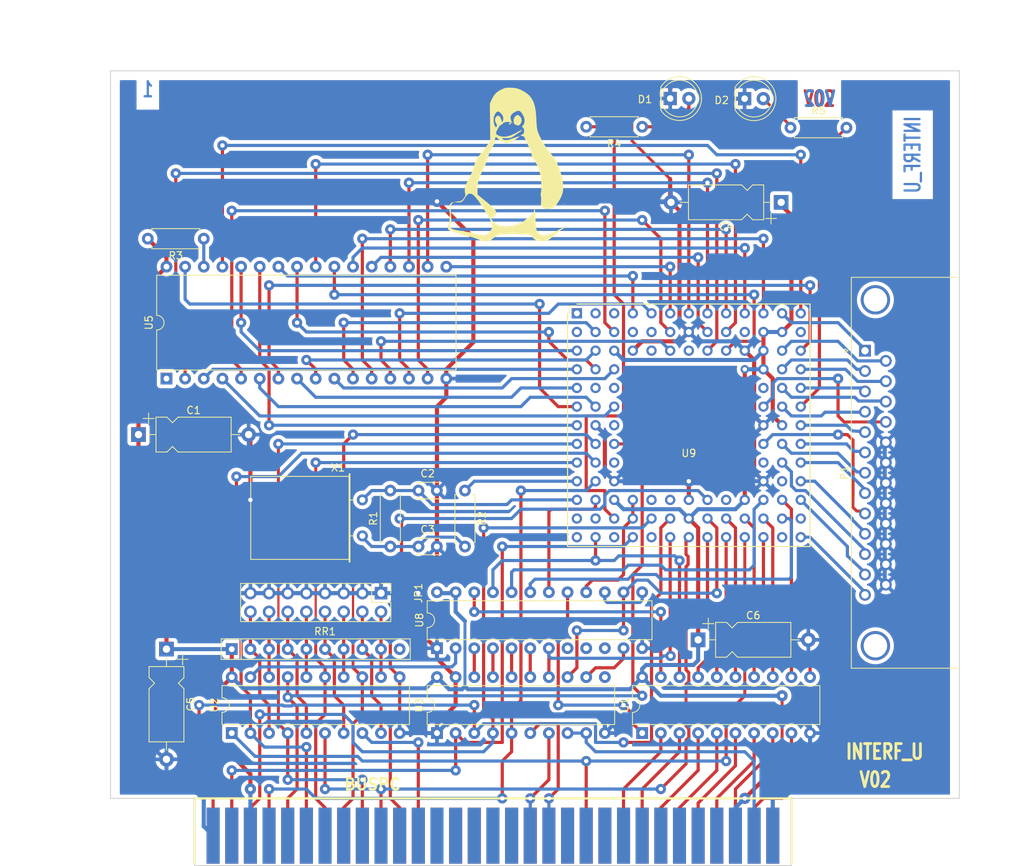
<source format=kicad_pcb>
(kicad_pcb (version 20230410) (generator pcbnew)
  (title_block (title "Demo") (rev "2.C") (company "Kicad"))
  (layers (0 "F.Cu" signal "top_copper") (31 "B.Cu" signal "bottom_copper") (34 "B.Paste" user) (35 "F.Paste" user) (36 "B.SilkS" user "B.Silkscreen") (37 "F.SilkS" user "F.Silkscreen") (38 "B.Mask" user) (39 "F.Mask" user) (44 "Edge.Cuts" user))
  (net 0 "")
  (net 1 "/8MH-OUT")
  (net 2 "/ACK")
  (net 3 "/AUTOFD-")
  (net 4 "/BIT0")
  (net 5 "/BIT1")
  (net 6 "/BIT2")
  (net 7 "/BIT3")
  (net 8 "/BIT4")
  (net 9 "/BIT5")
  (net 10 "/BIT6")
  (net 11 "/BIT7")
  (net 12 "/BUST+")
  (net 13 "/CLKLCA")
  (net 14 "/CS1-")
  (net 15 "/D0")
  (net 16 "/D1")
  (net 17 "/D2")
  (net 18 "/D3")
  (net 19 "/D4")
  (net 20 "/D5")
  (net 21 "/D6")
  (net 22 "/D7")
  (net 23 "/DIR")
  (net 24 "/DONE")
  (net 25 "/ENBBUF")
  (net 26 "/ERROR-")
  (net 27 "/INIT-")
  (net 28 "/LED1")
  (net 29 "/LED2")
  (net 30 "/MA0")
  (net 31 "/MA1")
  (net 32 "/MA10")
  (net 33 "/MA11")
  (net 34 "/MA12")
  (net 35 "/MA13")
  (net 36 "/MA14")
  (net 37 "/MA15")
  (net 38 "/MA16")
  (net 39 "/MA2")
  (net 40 "/MA3")
  (net 41 "/MA4")
  (net 42 "/MA5")
  (net 43 "/MA6")
  (net 44 "/MA7")
  (net 45 "/MA8")
  (net 46 "/MA9")
  (net 47 "/MATCHL")
  (net 48 "/MD0")
  (net 49 "/MD1")
  (net 50 "/MD2")
  (net 51 "/MD3")
  (net 52 "/MD4")
  (net 53 "/MD5")
  (net 54 "/MD6")
  (net 55 "/MD7")
  (net 56 "/OE-")
  (net 57 "/PC-A0")
  (net 58 "/PC-A1")
  (net 59 "/PC-A10")
  (net 60 "/PC-A11")
  (net 61 "/PC-A2")
  (net 62 "/PC-A3")
  (net 63 "/PC-A4")
  (net 64 "/PC-A5")
  (net 65 "/PC-A6")
  (net 66 "/PC-A7")
  (net 67 "/PC-A8")
  (net 68 "/PC-A9")
  (net 69 "/PC-AEN")
  (net 70 "/PC-DB0")
  (net 71 "/PC-DB1")
  (net 72 "/PC-DB2")
  (net 73 "/PC-DB3")
  (net 74 "/PC-DB4")
  (net 75 "/PC-DB5")
  (net 76 "/PC-DB6")
  (net 77 "/PC-DB7")
  (net 78 "/PC-IOR")
  (net 79 "/PC-IOW")
  (net 80 "/PC-RD")
  (net 81 "/PC-RST")
  (net 82 "/PC-WR")
  (net 83 "/PE+")
  (net 84 "/PROG-")
  (net 85 "/REF10")
  (net 86 "/REF11")
  (net 87 "/REF4")
  (net 88 "/REF5")
  (net 89 "/REF6")
  (net 90 "/REF7")
  (net 91 "/REF8")
  (net 92 "/REF9")
  (net 93 "/RSTL")
  (net 94 "/SEL_LPT")
  (net 95 "/SLCT+")
  (net 96 "/SLCTIN-")
  (net 97 "/STROBE")
  (net 98 "/WR-")
  (net 99 "/WR_REG")
  (net 100 "GND")
  (net 101 "VCC")
  (net 103 "Net-(C3-Pad1)")
  (net 137 "Net-(U9-P{slash}A3)")
  (net 138 "Net-(D1-A)")
  (net 139 "Net-(D2-A)")
  (net 140 "Net-(U5-CS2)")
  (net 143 "Net-(U3-Y3)")
  (net 144 "Net-(U3-Y2)")
  (net 145 "Net-(U3-Y1)")
  (net 146 "Net-(U3-Y0)")
  (footprint "Resistor_THT:R_Axial_DIN0207_L6.3mm_D2.5mm_P7.62mm_Horizontal" (layer "F.Cu") (at 171.958 42.037)
    (fp_text reference "R5")
    (fp_text value "330")
  )
  (footprint "Capacitor_THT:CP_Axial_L10.0mm_D4.5mm_P15.00mm_Horizontal" (layer "F.Cu") (at 159.385 111.76)
    (fp_text reference "C6")
    (fp_text value "47uF")
  )
  (footprint "Capacitor_THT:CP_Axial_L10.0mm_D4.5mm_P15.00mm_Horizontal" (layer "F.Cu") (at 86.995 113.03 -90)
    (fp_text reference "C5")
    (fp_text value "47uF")
  )
  (footprint "Capacitor_THT:CP_Axial_L10.0mm_D4.5mm_P15.00mm_Horizontal" (layer "F.Cu") (at 170.688 52.197 180)
    (fp_text reference "C4")
    (fp_text value "47uF")
  )
  (footprint "Capacitor_THT:CP_Axial_L10.0mm_D4.5mm_P15.00mm_Horizontal" (layer "F.Cu") (at 83.185 83.82)
    (fp_text reference "C1")
    (fp_text value "47uF")
  )
  (footprint "Capacitor_THT:C_Disc_D3.0mm_W2.0mm_P2.50mm" (layer "F.Cu") (at 121.305 91.44)
    (fp_text reference "C2")
    (fp_text value "47pF")
  )
  (footprint "Capacitor_THT:C_Disc_D3.0mm_W2.0mm_P2.50mm" (layer "F.Cu") (at 121.305 99.06)
    (fp_text reference "C3")
    (fp_text value "47pF")
  )
  (footprint "Connector_PinHeader_2.54mm:PinHeader_2x08_P2.54mm_Vertical" (layer "F.Cu") (at 116.205 105.41 -90)
    (fp_text reference "JP1")
    (fp_text value "CONN_8X2" hide)
  )
  (footprint "Package_DIP:DIP-20_W7.62mm" (layer "F.Cu") (at 151.765 124.46 90)
    (fp_text reference "U1")
    (fp_text value "74LS245")
  )
  (footprint "Package_DIP:DIP-20_W7.62mm" (layer "F.Cu") (at 95.885 124.46 90)
    (fp_text reference "U2")
    (fp_text value "74LS688")
  )
  (footprint "Package_DIP:DIP-20_W7.62mm" (layer "F.Cu") (at 123.825 124.46 90)
    (fp_text reference "U3")
    (fp_text value "74LS541")
  )
  (footprint "Package_DIP:DIP-32_W15.24mm" (layer "F.Cu") (at 86.995 76.2 90)
    (fp_text reference "U5")
    (fp_text value "628128")
  )
  (footprint "Package_DIP:DIP-24_W7.62mm" (layer "F.Cu") (at 123.825 112.903 90)
    (fp_text reference "U8")
    (fp_text value "EP600")
  )
  (footprint "Crystal:Crystal_HC18-U_Horizontal" (layer "F.Cu") (at 113.665 92.71 -90)
    (fp_text reference "X1")
    (fp_text value "8MHz")
  )
  (footprint "Resistor_THT:R_Axial_DIN0207_L6.3mm_D2.5mm_P7.62mm_Horizontal" (layer "F.Cu") (at 151.765 41.91 180)
    (fp_text reference "R4")
    (fp_text value "330")
  )
  (footprint "LED_THT:LED_D5.0mm" (layer "F.Cu") (at 155.58 38.06)
    (fp_text reference "D1")
    (fp_text value "LED")
  )
  (footprint "LED_THT:LED_D5.0mm" (layer "F.Cu") (at 165.71 38.08)
    (fp_text reference "D2")
    (fp_text value "LED")
  )
  (footprint "Connector_Dsub:DSUB-25_Female_Horizontal_P2.77x2.84mm_EdgePinOffset9.90mm_Housed_MountingHolesOffset11.32mm" (layer "F.Cu") (at 182.1 72.4 90)
    (fp_text reference "P1")
    (fp_text value "DB25FEMELLE")
  )
  (footprint "Resistor_THT:R_Array_SIP10" (layer "F.Cu") (at 95.885 113.03)
    (fp_text reference "RR1")
    (fp_text value "9x1K")
  )
  (footprint "interf_u:PGA120" (layer "F.Cu") (at 158.115 82.55 180)
    (fp_text reference "U9")
    (fp_text value "4003APG120")
  )
  (footprint "interf_u:BUS_PC" (layer "F.Cu") (at 131.445 138.43)
    (fp_text reference "BUS1" hide)
    (fp_text value "BUSPC")
  )
  (footprint "Resistor_THT:R_Axial_DIN0207_L6.3mm_D2.5mm_P7.62mm_Horizontal" (layer "F.Cu") (at 92.075 57.15 180)
    (fp_text reference "R3")
    (fp_text value "10K")
  )
  (footprint "Resistor_THT:R_Axial_DIN0207_L6.3mm_D2.5mm_P7.62mm_Horizontal" (layer "F.Cu") (at 127.635 91.44 -90)
    (fp_text reference "R2")
    (fp_text value "1K")
  )
  (footprint "Resistor_THT:R_Axial_DIN0207_L6.3mm_D2.5mm_P7.62mm_Horizontal" (layer "F.Cu") (at 117.475 99.06 90)
    (fp_text reference "R1")
    (fp_text value "100K")
  )
  (footprint "interf_u:tux" (layer "F.Cu") (at 134 47)
    (fp_text reference "G1" hide)
    (fp_text value "LOGO" hide)
  )
  (gr_line (start 172.085 133.35) (end 194.945 133.35) (stroke (width 0.127)) (layer "Edge.Cuts"))
  (gr_line (start 90.805 140.97) (end 90.805 142.494) (stroke (width 0.127)) (layer "Edge.Cuts"))
  (gr_line (start 79.375 133.35) (end 79.375 34.29) (stroke (width 0.127)) (layer "Edge.Cuts"))
  (gr_line (start 79.375 34.29) (end 194.945 34.29) (stroke (width 0.127)) (layer "Edge.Cuts"))
  (gr_line (start 194.945 133.35) (end 194.945 34.29) (stroke (width 0.127)) (layer "Edge.Cuts"))
  (gr_line (start 90.805 142.494) (end 172.085 142.494) (stroke (width 0.127)) (layer "Edge.Cuts"))
  (gr_line (start 90.805 133.35) (end 90.805 140.97) (stroke (width 0.127)) (layer "Edge.Cuts"))
  (gr_line (start 172.085 142.494) (end 172.085 133.35) (stroke (width 0.127)) (layer "Edge.Cuts"))
  (gr_line (start 90.805 133.35) (end 79.375 133.35) (stroke (width 0.127)) (layer "Edge.Cuts"))
  (gr_text "2" (at 81.915 39.37) (layer "F.Cu") (effects (font (size 2.032 1.524) (thickness 0.3048))))
  (gr_text "V02" (at 175.895 38.1) (layer "F.Cu") (effects (font (size 2.032 1.524) (thickness 0.381))))
  (gr_text "INTERF_U" (at 183.515 45.72 90) (layer "F.Cu") (effects (font (size 2.032 1.524) (thickness 0.3048))))
  (gr_text "V02" (at 175.895 38.1) (layer "B.Cu") (effects (font (size 2.032 1.524) (thickness 0.381)) (justify mirror)))
  (gr_text "1" (at 84.455 36.83) (layer "B.Cu") (effects (font (size 2.032 1.524) (thickness 0.3048)) (justify mirror)))
  (gr_text "INTERF_U" (at 188.595 45.72 90) (layer "B.Cu") (effects (font (size 2.032 1.524) (thickness 0.3048)) (justify mirror)))
  (gr_text "INTERF_U" (at 184.785 127) (layer "F.SilkS") (effects (font (size 2.032 1.524) (thickness 0.381))))
  (gr_text "V02" (at 183.515 130.81) (layer "F.SilkS") (effects (font (size 2.032 1.524) (thickness 0.381))))
  (segment (start 128.905 90.17) (end 142.875 90.17) (width 0.4318) (layer "B.Cu") (net 1))
  (segment (start 127.635 91.44) (end 128.905 90.17) (width 0.4318) (layer "B.Cu") (net 1))
  (segment (start 182.245 97.282) (end 180.34 95.377) (width 0.4318) (layer "B.Cu") (net 2))
  (segment (start 180.34 95.25) (end 180.34 95.377) (width 0.4318) (layer "B.Cu") (net 2))
  (segment (start 173.355 90.17) (end 175.26 90.17) (width 0.4318) (layer "B.Cu") (net 2))
  (segment (start 180.34 95.25) (end 175.26 90.17) (width 0.4318) (layer "B.Cu") (net 2))
  (segment (start 181.102 73.787) (end 184.785 73.787) (width 0.4318) (layer "B.Cu") (net 3))
  (segment (start 172.085 71.12) (end 178.435 71.12) (width 0.4318) (layer "B.Cu") (net 3))
  (segment (start 178.435 71.12) (end 181.102 73.787) (width 0.4318) (layer "B.Cu") (net 3))
  (segment (start 170.815 72.39) (end 172.085 71.12) (width 0.4318) (layer "B.Cu") (net 3))
  (segment (start 182.245 74.93) (end 182.245 75.184) (width 0.4318) (layer "B.Cu") (net 4))
  (segment (start 170.815 74.93) (end 172.085 73.66) (width 0.4318) (layer "B.Cu") (net 4))
  (segment (start 180.975 74.93) (end 182.245 74.93) (width 0.4318) (layer "B.Cu") (net 4))
  (segment (start 172.085 73.66) (end 179.705 73.66) (width 0.4318) (layer "B.Cu") (net 4))
  (segment (start 179.705 73.66) (end 180.975 74.93) (width 0.4318) (layer "B.Cu") (net 4))
  (segment (start 182.245 77.47) (end 182.245 77.851) (width 0.4318) (layer "B.Cu") (net 5))
  (segment (start 173.355 77.47) (end 182.245 77.47) (width 0.4318) (layer "B.Cu") (net 5))
  (segment (start 176.657 80.772) (end 182.245 80.772) (width 0.4318) (layer "B.Cu") (net 6))
  (segment (start 176.149 81.28) (end 176.657 80.772) (width 0.4318) (layer "B.Cu") (net 6))
  (segment (start 172.085 81.28) (end 176.149 81.28) (width 0.4318) (layer "B.Cu") (net 6))
  (segment (start 170.815 80.01) (end 172.085 81.28) (width 0.4318) (layer "B.Cu") (net 6))
  (segment (start 173.355 82.55) (end 179.578 82.55) (width 0.4318) (layer "B.Cu") (net 7))
  (segment (start 179.578 82.55) (end 180.34 83.312) (width 0.4318) (layer "B.Cu") (net 7))
  (segment (start 180.34 83.312) (end 182.245 83.439) (width 0.4318) (layer "B.Cu") (net 7))
  (segment (start 182.245 86.106) (end 182.245 86.233) (width 0.4318) (layer "B.Cu") (net 8))
  (segment (start 173.355 85.09) (end 179.578 85.09) (width 0.4318) (layer "B.Cu") (net 8))
  (segment (start 179.578 85.09) (end 180.594 86.106) (width 0.4318) (layer "B.Cu") (net 8))
  (segment (start 180.594 86.106) (end 182.245 86.106) (width 0.4318) (layer "B.Cu") (net 8))
  (segment (start 178.435 86.36) (end 180.975 88.9) (width 0.4318) (layer "B.Cu") (net 9))
  (segment (start 172.085 86.36) (end 178.435 86.36) (width 0.4318) (layer "B.Cu") (net 9))
  (segment (start 180.975 88.9) (end 182.245 88.9) (width 0.4318) (layer "B.Cu") (net 9))
  (segment (start 170.815 85.09) (end 172.085 86.36) (width 0.4318) (layer "B.Cu") (net 9))
  (segment (start 178.435 87.63) (end 182.245 91.44) (width 0.4318) (layer "B.Cu") (net 10))
  (segment (start 173.355 87.63) (end 178.435 87.63) (width 0.4318) (layer "B.Cu") (net 10))
  (segment (start 182.245 91.44) (end 182.245 91.694) (width 0.4318) (layer "B.Cu") (net 10))
  (segment (start 180.975 94.234) (end 181.774 94.234) (width 0.4) (layer "F.Cu") (net 11))
  (segment (start 179.705 83.82) (end 180.467 84.582) (width 0.4318) (layer "F.Cu") (net 11))
  (segment (start 180.467 84.582) (end 180.467 92.202) (width 0.4318) (layer "F.Cu") (net 11))
  (segment (start 181.774 94.234) (end 182.1 94.56) (width 0.4) (layer "F.Cu") (net 11))
  (segment (start 180.467 93.726) (end 180.975 94.234) (width 0.4) (layer "F.Cu") (net 11))
  (segment (start 180.467 92.202) (end 180.467 93.726) (width 0.4) (layer "F.Cu") (net 11))
  (segment (start 178.435 83.82) (end 179.705 83.82) (width 0.4318) (layer "F.Cu") (net 11))
  (via (at 178.435 83.82) (size 1.397) (drill 0.6) (layers "F.Cu" "B.Cu") (net 11))
  (segment (start 168.275 85.09) (end 169.545 83.82) (width 0.4318) (layer "B.Cu") (net 11))
  (segment (start 169.545 83.82) (end 178.435 83.82) (width 0.4318) (layer "B.Cu") (net 11))
  (segment (start 172.085 90.805) (end 172.72 91.44) (width 0.4318) (layer "B.Cu") (net 12))
  (segment (start 170.815 87.63) (end 172.085 88.9) (width 0.4318) (layer "B.Cu") (net 12))
  (segment (start 172.72 91.44) (end 173.99 91.44) (width 0.4318) (layer "B.Cu") (net 12))
  (segment (start 173.99 91.44) (end 182.245 99.695) (width 0.4318) (layer "B.Cu") (net 12))
  (segment (start 172.085 88.9) (end 172.085 90.805) (width 0.4318) (layer "B.Cu") (net 12))
  (segment (start 182.245 99.695) (end 182.245 99.949) (width 0.4318) (layer "B.Cu") (net 12))
  (segment (start 144.9705 103.632) (end 144.145 104.4575) (width 0.4318) (layer "F.Cu") (net 13))
  (segment (start 144.145 104.4575) (end 144.145 105.41) (width 0.4318) (layer "F.Cu") (net 13))
  (segment (start 150.495 92.71) (end 150.495 95.25) (width 0.4318) (layer "F.Cu") (net 13))
  (segment (start 150.495 95.25) (end 149.225 96.52) (width 0.4318) (layer "F.Cu") (net 13))
  (segment (start 149.225 96.52) (end 149.225 102.87) (width 0.4318) (layer "F.Cu") (net 13))
  (segment (start 149.225 102.87) (end 148.463 103.632) (width 0.4318) (layer "F.Cu") (net 13))
  (segment (start 148.463 103.632) (end 144.9705 103.632) (width 0.4318) (layer "F.Cu") (net 13))
  (segment (start 165.735 67.31) (end 165.735 58.42) (width 0.4318) (layer "F.Cu") (net 14))
  (via (at 165.735 58.42) (size 1.397) (drill 0.6) (layers "F.Cu" "B.Cu") (net 14))
  (segment (start 113.665 58.42) (end 112.395 59.69) (width 0.4318) (layer "B.Cu") (net 14))
  (segment (start 112.395 59.69) (end 112.395 60.96) (width 0.4318) (layer "B.Cu") (net 14))
  (segment (start 165.735 58.42) (end 113.665 58.42) (width 0.4318) (layer "B.Cu") (net 14))
  (segment (start 145.415 100.965) (end 145.415 97.79) (width 0.4318) (layer "F.Cu") (net 15))
  (segment (start 156.845 100.965) (end 156.845 116.84) (width 0.4318) (layer "F.Cu") (net 15))
  (via (at 156.845 100.965) (size 1.397) (drill 0.6) (layers "F.Cu" "B.Cu") (net 15))
  (via (at 145.415 100.965) (size 1.397) (drill 0.6) (layers "F.Cu" "B.Cu") (net 15))
  (segment (start 148.59 100.33) (end 156.21 100.33) (width 0.4318) (layer "B.Cu") (net 15))
  (segment (start 131.445 105.41) (end 131.445 102.235) (width 0.4318) (layer "B.Cu") (net 15))
  (segment (start 145.415 100.965) (end 147.955 100.965) (width 0.4318) (layer "B.Cu") (net 15))
  (segment (start 132.715 100.965) (end 145.415 100.965) (width 0.4318) (layer "B.Cu") (net 15))
  (segment (start 156.21 100.33) (end 156.845 100.965) (width 0.4318) (layer "B.Cu") (net 15))
  (segment (start 147.955 100.965) (end 148.59 100.33) (width 0.4318) (layer "B.Cu") (net 15))
  (segment (start 131.445 102.235) (end 132.715 100.965) (width 0.4318) (layer "B.Cu") (net 15))
  (segment (start 159.385 116.84) (end 159.385 115.57) (width 0.4318) (layer "F.Cu") (net 16))
  (segment (start 161.29 107.315) (end 160.655 106.68) (width 0.4318) (layer "F.Cu") (net 16))
  (segment (start 161.29 113.665) (end 161.29 107.315) (width 0.4318) (layer "F.Cu") (net 16))
  (segment (start 160.655 106.68) (end 160.655 97.79) (width 0.4318) (layer "F.Cu") (net 16))
  (segment (start 159.385 115.57) (end 161.29 113.665) (width 0.4318) (layer "F.Cu") (net 16))
  (segment (start 163.195 97.79) (end 163.195 114.3) (width 0.4318) (layer "F.Cu") (net 17))
  (segment (start 161.925 115.57) (end 161.925 116.84) (width 0.4318) (layer "F.Cu") (net 17))
  (segment (start 163.195 114.3) (end 161.925 115.57) (width 0.4318) (layer "F.Cu") (net 17))
  (segment (start 164.465 96.52) (end 164.465 116.84) (width 0.4318) (layer "F.Cu") (net 18))
  (segment (start 163.195 95.25) (end 164.465 96.52) (width 0.4318) (layer "F.Cu") (net 18))
  (segment (start 165.735 95.25) (end 167.005 96.52) (width 0.4318) (layer "F.Cu") (net 19))
  (segment (start 167.005 96.52) (end 167.005 116.84) (width 0.4318) (layer "F.Cu") (net 19))
  (segment (start 169.545 113.665) (end 169.545 116.84) (width 0.4318) (layer "F.Cu") (net 20))
  (segment (start 168.275 97.79) (end 168.275 112.395) (width 0.4318) (layer "F.Cu") (net 20))
  (segment (start 168.275 112.395) (end 169.545 113.665) (width 0.4318) (layer "F.Cu") (net 20))
  (segment (start 168.275 95.25) (end 169.545 96.52) (width 0.4318) (layer "F.Cu") (net 21))
  (segment (start 169.545 96.52) (end 169.545 111.76) (width 0.4318) (layer "F.Cu") (net 21))
  (segment (start 172.085 114.3) (end 172.085 116.84) (width 0.4318) (layer "F.Cu") (net 21))
  (segment (start 169.545 111.76) (end 172.085 114.3) (width 0.4318) (layer "F.Cu") (net 21))
  (segment (start 170.815 92.71) (end 172.085 93.98) (width 0.4318) (layer "F.Cu") (net 22))
  (segment (start 172.085 93.98) (end 172.085 112.395) (width 0.4318) (layer "F.Cu") (net 22))
  (segment (start 172.085 112.395) (end 174.625 114.935) (width 0.4318) (layer "F.Cu") (net 22))
  (segment (start 174.625 114.935) (end 174.625 116.84) (width 0.4318) (layer "F.Cu") (net 22))
  (segment (start 150.495 123.19) (end 151.765 124.46) (width 0.4318) (layer "F.Cu") (net 23))
  (segment (start 141.605 109.22) (end 140.335 110.49) (width 0.4318) (layer "F.Cu") (net 23))
  (segment (start 140.335 110.49) (end 140.335 120.65) (width 0.4318) (layer "F.Cu") (net 23))
  (segment (start 149.225 120.65) (end 150.495 121.92) (width 0.4318) (layer "F.Cu") (net 23))
  (segment (start 150.495 121.92) (end 150.495 123.19) (width 0.4318) (layer "F.Cu") (net 23))
  (segment (start 141.605 105.41) (end 141.605 109.22) (width 0.4318) (layer "F.Cu") (net 23))
  (via (at 140.335 120.65) (size 1.397) (drill 0.6) (layers "F.Cu" "B.Cu") (net 23))
  (via (at 149.225 120.65) (size 1.397) (drill 0.6) (layers "F.Cu" "B.Cu") (net 23))
  (segment (start 140.335 120.65) (end 149.225 120.65) (width 0.4318) (layer "B.Cu") (net 23))
  (segment (start 134.3025 102.235) (end 149.225 102.235) (width 0.4318) (layer "B.Cu") (net 24))
  (segment (start 154.305 101.6) (end 154.94 102.235) (width 0.4318) (layer "B.Cu") (net 24))
  (segment (start 166.37 102.235) (end 167.005 101.6) (width 0.4318) (layer "B.Cu") (net 24))
  (segment (start 154.94 102.235) (end 166.37 102.235) (width 0.4318) (layer "B.Cu") (net 24))
  (segment (start 133.985 105.41) (end 133.985 102.5525) (width 0.4318) (layer "B.Cu") (net 24))
  (segment (start 149.225 102.235) (end 149.86 101.6) (width 0.4318) (layer "B.Cu") (net 24))
  (segment (start 149.86 101.6) (end 154.305 101.6) (width 0.4318) (layer "B.Cu") (net 24))
  (segment (start 167.005 101.6) (end 167.005 93.98) (width 0.4318) (layer "B.Cu") (net 24))
  (segment (start 133.985 102.5525) (end 134.3025 102.235) (width 0.4318) (layer "B.Cu") (net 24))
  (segment (start 167.005 93.98) (end 168.275 92.71) (width 0.4318) (layer "B.Cu") (net 24))
  (segment (start 128.905 105.41) (end 128.905 107.95) (width 0.4318) (layer "F.Cu") (net 25))
  (segment (start 154.305 107.95) (end 154.305 116.84) (width 0.4318) (layer "F.Cu") (net 25))
  (via (at 128.905 107.95) (size 1.397) (drill 0.6) (layers "F.Cu" "B.Cu") (net 25))
  (via (at 154.305 107.95) (size 1.397) (drill 0.6) (layers "F.Cu" "B.Cu") (net 25))
  (segment (start 128.905 107.95) (end 154.305 107.95) (width 0.4318) (layer "B.Cu") (net 25))
  (segment (start 179.451 74.93) (end 181.102 76.581) (width 0.4318) (layer "B.Cu") (net 26))
  (segment (start 181.102 76.581) (end 184.785 76.581) (width 0.4318) (layer "B.Cu") (net 26))
  (segment (start 173.355 74.93) (end 179.451 74.93) (width 0.4318) (layer "B.Cu") (net 26))
  (segment (start 184.785 79.248) (end 184.785 79.2988) (width 0.4318) (layer "B.Cu") (net 27))
  (segment (start 181.229 79.248) (end 184.785 79.248) (width 0.4318) (layer "B.Cu") (net 27))
  (segment (start 180.721 78.74) (end 181.229 79.248) (width 0.4318) (layer "B.Cu") (net 27))
  (segment (start 172.085 78.74) (end 180.721 78.74) (width 0.4318) (layer "B.Cu") (net 27))
  (segment (start 170.815 77.47) (end 172.085 78.74) (width 0.4318) (layer "B.Cu") (net 27))
  (segment (start 146.685 91.44) (end 144.145 91.44) (width 0.4318) (layer "F.Cu") (net 28))
  (segment (start 147.955 64.77) (end 147.955 43.561) (width 0.4318) (layer "F.Cu") (net 28))
  (segment (start 149.225 81.28) (end 149.225 66.04) (width 0.4318) (layer "F.Cu") (net 28))
  (segment (start 146.304 41.91) (end 144.145 41.91) (width 0.4318) (layer "F.Cu") (net 28))
  (segment (start 149.225 66.04) (end 147.955 64.77) (width 0.4318) (layer "F.Cu") (net 28))
  (segment (start 144.145 91.44) (end 144.145 81.28) (width 0.4318) (layer "F.Cu") (net 28))
  (segment (start 147.955 43.561) (end 146.304 41.91) (width 0.4318) (layer "F.Cu") (net 28))
  (segment (start 146.685 93.98) (end 146.685 91.44) (width 0.4318) (layer "F.Cu") (net 28))
  (segment (start 147.955 95.25) (end 146.685 93.98) (width 0.4318) (layer "F.Cu") (net 28))
  (segment (start 144.145 81.28) (end 149.225 81.28) (width 0.4318) (layer "F.Cu") (net 28))
  (segment (start 175.895 45.72) (end 175.895 46.736) (width 0.381) (layer "F.Cu") (net 29))
  (segment (start 179.578 42.037) (end 175.895 45.72) (width 0.381) (layer "F.Cu") (net 29))
  (segment (start 175.895 77.47) (end 175.895 46.736) (width 0.4318) (layer "F.Cu") (net 29))
  (segment (start 173.355 80.01) (end 175.895 77.47) (width 0.4318) (layer "F.Cu") (net 29))
  (segment (start 113.665 57.15) (end 113.665 73.66) (width 0.4318) (layer "F.Cu") (net 30))
  (segment (start 114.935 74.93) (end 113.665 73.66) (width 0.4318) (layer "F.Cu") (net 30))
  (segment (start 114.935 76.2) (end 114.935 74.93) (width 0.4318) (layer "F.Cu") (net 30))
  (segment (start 168.275 67.31) (end 168.275 57.15) (width 0.4318) (layer "F.Cu") (net 30))
  (via (at 113.665 57.15) (size 1.397) (drill 0.6) (layers "F.Cu" "B.Cu") (net 30))
  (via (at 168.275 57.15) (size 1.397) (drill 0.6) (layers "F.Cu" "B.Cu") (net 30))
  (segment (start 168.275 57.15) (end 113.665 57.15) (width 0.4318) (layer "B.Cu") (net 30))
  (segment (start 111.125 73.66) (end 111.125 68.58) (width 0.4318) (layer "F.Cu") (net 31))
  (segment (start 112.395 76.2) (end 112.395 74.93) (width 0.4318) (layer "F.Cu") (net 31))
  (segment (start 112.395 74.93) (end 111.125 73.66) (width 0.4318) (layer "F.Cu") (net 31))
  (via (at 111.125 68.58) (size 1.397) (drill 0.6) (layers "F.Cu" "B.Cu") (net 31))
  (segment (start 144.145 68.58) (end 111.125 68.58) (width 0.4318) (layer "B.Cu") (net 31))
  (segment (start 145.415 69.85) (end 144.145 68.58) (width 0.4318) (layer "B.Cu") (net 31))
  (segment (start 163.195 72.39) (end 164.465 71.12) (width 0.4318) (layer "F.Cu") (net 32))
  (segment (start 164.465 71.12) (end 167.005 71.12) (width 0.4318) (layer "F.Cu") (net 32))
  (segment (start 109.855 64.77) (end 109.855 60.96) (width 0.4318) (layer "F.Cu") (net 32))
  (segment (start 167.005 71.12) (end 167.005 64.77) (width 0.4318) (layer "F.Cu") (net 32))
  (via (at 109.855 64.77) (size 1.397) (drill 0.6) (layers "F.Cu" "B.Cu") (net 32))
  (via (at 167.005 64.77) (size 1.397) (drill 0.6) (layers "F.Cu" "B.Cu") (net 32))
  (segment (start 167.005 64.77) (end 109.855 64.77) (width 0.4318) (layer "B.Cu") (net 32))
  (segment (start 145.415 74.93) (end 144.145 73.66) (width 0.4318) (layer "F.Cu") (net 33))
  (segment (start 139.065 71.12) (end 139.065 69.85) (width 0.4318) (layer "F.Cu") (net 33))
  (segment (start 104.775 68.58) (end 104.775 60.96) (width 0.4318) (layer "F.Cu") (net 33))
  (segment (start 141.605 73.66) (end 139.065 71.12) (width 0.4318) (layer "F.Cu") (net 33))
  (segment (start 144.145 73.66) (end 141.605 73.66) (width 0.4318) (layer "F.Cu") (net 33))
  (via (at 104.775 68.58) (size 1.397) (drill 0.6) (layers "F.Cu" "B.Cu") (net 33))
  (via (at 139.065 69.85) (size 1.397) (drill 0.6) (layers "F.Cu" "B.Cu") (net 33))
  (segment (start 106.045 69.85) (end 104.775 68.58) (width 0.4318) (layer "B.Cu") (net 33))
  (segment (start 139.065 69.85) (end 106.045 69.85) (width 0.4318) (layer "B.Cu") (net 33))
  (segment (start 99.695 81.28) (end 94.615 76.2) (width 0.4318) (layer "B.Cu") (net 34))
  (segment (start 146.685 81.28) (end 99.695 81.28) (width 0.4318) (layer "B.Cu") (net 34))
  (segment (start 147.955 80.01) (end 146.685 81.28) (width 0.4318) (layer "B.Cu") (net 34))
  (segment (start 97.155 68.58) (end 97.155 60.96) (width 0.4318) (layer "F.Cu") (net 35))
  (via (at 97.155 68.58) (size 1.397) (drill 0.6) (layers "F.Cu" "B.Cu") (net 35))
  (segment (start 97.155 69.85) (end 97.155 68.58) (width 0.4318) (layer "B.Cu") (net 35))
  (segment (start 99.695 72.39) (end 97.155 69.85) (width 0.4318) (layer "B.Cu") (net 35))
  (segment (start 142.875 72.39) (end 99.695 72.39) (width 0.4318) (layer "B.Cu") (net 35))
  (segment (start 142.875 74.93) (end 93.345 74.93) (width 0.4318) (layer "B.Cu") (net 36))
  (segment (start 93.345 74.93) (end 92.075 76.2) (width 0.4318) (layer "B.Cu") (net 36))
  (segment (start 140.335 80.01) (end 142.875 80.01) (width 0.4318) (layer "F.Cu") (net 37))
  (segment (start 137.795 66.04) (end 137.795 77.47) (width 0.4318) (layer "F.Cu") (net 37))
  (segment (start 137.795 77.47) (end 140.335 80.01) (width 0.4318) (layer "F.Cu") (net 37))
  (via (at 137.795 66.04) (size 1.397) (drill 0.6) (layers "F.Cu" "B.Cu") (net 37))
  (segment (start 89.535 60.96) (end 89.535 65.405) (width 0.4318) (layer "B.Cu") (net 37))
  (segment (start 137.795 66.04) (end 90.17 66.04) (width 0.4318) (layer "B.Cu") (net 37))
  (segment (start 90.17 66.04) (end 89.535 65.405) (width 0.4318) (layer "B.Cu") (net 37))
  (segment (start 88.265 73.66) (end 89.535 74.93) (width 0.4318) (layer "F.Cu") (net 38))
  (segment (start 161.925 71.12) (end 160.655 72.39) (width 0.4318) (layer "F.Cu") (net 38))
  (segment (start 161.925 48.26) (end 161.925 71.12) (width 0.4318) (layer "F.Cu") (net 38))
  (segment (start 89.535 74.93) (end 89.535 76.2) (width 0.4318) (layer "F.Cu") (net 38))
  (segment (start 88.265 48.26) (end 88.265 73.66) (width 0.4318) (layer "F.Cu") (net 38))
  (via (at 161.925 48.26) (size 1.397) (drill 0.6) (layers "F.Cu" "B.Cu") (net 38))
  (via (at 88.265 48.26) (size 1.397) (drill 0.6) (layers "F.Cu" "B.Cu") (net 38))
  (segment (start 161.925 48.26) (end 88.265 48.26) (width 0.4318) (layer "B.Cu") (net 38))
  (segment (start 111.125 77.47) (end 109.855 76.2) (width 0.4318) (layer "B.Cu") (net 39))
  (segment (start 132.715 77.47) (end 111.125 77.47) (width 0.4318) (layer "B.Cu") (net 39))
  (segment (start 146.685 76.2) (end 133.985 76.2) (width 0.4318) (layer "B.Cu") (net 39))
  (segment (start 147.955 74.93) (end 146.685 76.2) (width 0.4318) (layer "B.Cu") (net 39))
  (segment (start 133.985 76.2) (end 132.715 77.47) (width 0.4318) (layer "B.Cu") (net 39))
  (segment (start 107.315 76.2) (end 107.315 74.93) (width 0.4318) (layer "F.Cu") (net 40))
  (segment (start 107.315 74.93) (end 106.045 73.66) (width 0.4318) (layer "F.Cu") (net 40))
  (via (at 106.045 73.66) (size 1.397) (drill 0.6) (layers "F.Cu" "B.Cu") (net 40))
  (segment (start 144.145 73.66) (end 106.045 73.66) (width 0.4318) (layer "B.Cu") (net 40))
  (segment (start 145.415 72.39) (end 144.145 73.66) (width 0.4318) (layer "B.Cu") (net 40))
  (segment (start 142.875 77.47) (end 135.255 77.47) (width 0.4318) (layer "B.Cu") (net 41))
  (segment (start 133.985 78.74) (end 107.315 78.74) (width 0.4318) (layer "B.Cu") (net 41))
  (segment (start 107.315 78.74) (end 104.775 76.2) (width 0.4318) (layer "B.Cu") (net 41))
  (segment (start 135.255 77.47) (end 133.985 78.74) (width 0.4318) (layer "B.Cu") (net 41))
  (segment (start 102.235 76.2) (end 102.235 74.93) (width 0.4318) (layer "F.Cu") (net 42))
  (segment (start 100.965 73.66) (end 100.965 63.5) (width 0.4318) (layer "F.Cu") (net 42))
  (segment (start 174.625 71.12) (end 173.355 72.39) (width 0.4318) (layer "F.Cu") (net 42))
  (segment (start 174.625 63.5) (end 174.625 71.12) (width 0.4318) (layer "F.Cu") (net 42))
  (segment (start 102.235 74.93) (end 100.965 73.66) (width 0.4318) (layer "F.Cu") (net 42))
  (via (at 174.625 63.5) (size 1.397) (drill 0.6) (layers "F.Cu" "B.Cu") (net 42))
  (via (at 100.965 63.5) (size 1.397) (drill 0.6) (layers "F.Cu" "B.Cu") (net 42))
  (segment (start 100.965 63.5) (end 174.625 63.5) (width 0.4318) (layer "B.Cu") (net 42))
  (segment (start 136.525 78.74) (end 135.255 80.01) (width 0.4318) (layer "B.Cu") (net 43))
  (segment (start 99.695 77.47) (end 99.695 76.2) (width 0.4318) (layer "B.Cu") (net 43))
  (segment (start 145.415 80.01) (end 144.145 78.74) (width 0.4318) (layer "B.Cu") (net 43))
  (segment (start 144.145 78.74) (end 136.525 78.74) (width 0.4318) (layer "B.Cu") (net 43))
  (segment (start 135.255 80.01) (end 102.235 80.01) (width 0.4318) (layer "B.Cu") (net 43))
  (segment (start 102.235 80.01) (end 99.695 77.47) (width 0.4318) (layer "B.Cu") (net 43))
  (segment (start 97.155 74.93) (end 95.885 73.66) (width 0.4318) (layer "F.Cu") (net 44))
  (segment (start 95.885 53.34) (end 95.885 73.66) (width 0.4318) (layer "F.Cu") (net 44))
  (segment (start 97.155 76.2) (end 97.155 74.93) (width 0.4318) (layer "F.Cu") (net 44))
  (segment (start 146.685 68.58) (end 146.685 53.34) (width 0.4318) (layer "F.Cu") (net 44))
  (segment (start 147.955 69.85) (end 146.685 68.58) (width 0.4318) (layer "F.Cu") (net 44))
  (via (at 95.885 53.34) (size 1.397) (drill 0.6) (layers "F.Cu" "B.Cu") (net 44))
  (via (at 146.685 53.34) (size 1.397) (drill 0.6) (layers "F.Cu" "B.Cu") (net 44))
  (segment (start 146.685 53.34) (end 95.885 53.34) (width 0.4318) (layer "B.Cu") (net 44))
  (segment (start 100.965 82.55) (end 100.965 74.93) (width 0.4318) (layer "F.Cu") (net 45))
  (segment (start 100.965 74.93) (end 99.695 73.66) (width 0.4318) (layer "F.Cu") (net 45))
  (segment (start 99.695 73.66) (end 99.695 60.96) (width 0.4318) (layer "F.Cu") (net 45))
  (via (at 100.965 82.55) (size 1.397) (drill 0.6) (layers "F.Cu" "B.Cu") (net 45))
  (segment (start 142.875 82.55) (end 100.965 82.55) (width 0.4318) (layer "B.Cu") (net 45))
  (segment (start 150.495 67.31) (end 150.495 62.23) (width 0.4318) (layer "F.Cu") (net 46))
  (via (at 150.495 62.23) (size 1.397) (drill 0.6) (layers "F.Cu" "B.Cu") (net 46))
  (segment (start 103.505 62.23) (end 102.235 60.96) (width 0.4318) (layer "B.Cu") (net 46))
  (segment (start 150.495 62.23) (end 103.505 62.23) (width 0.4318) (layer "B.Cu") (net 46))
  (segment (start 98.425 116.84) (end 99.822 115.443) (width 0.4318) (layer "B.Cu") (net 47))
  (segment (start 126.365 114.935) (end 126.365 113.03) (width 0.4318) (layer "B.Cu") (net 47))
  (segment (start 99.822 115.443) (end 125.857 115.443) (width 0.4318) (layer "B.Cu") (net 47))
  (segment (start 125.857 115.443) (end 126.365 114.935) (width 0.4318) (layer "B.Cu") (net 47))
  (segment (start 116.205 73.66) (end 116.205 71.12) (width 0.4318) (layer "F.Cu") (net 48))
  (segment (start 117.475 76.2) (end 117.475 74.93) (width 0.4318) (layer "F.Cu") (net 48))
  (segment (start 117.475 74.93) (end 116.205 73.66) (width 0.4318) (layer "F.Cu") (net 48))
  (via (at 116.205 71.12) (size 1.397) (drill 0.6) (layers "F.Cu" "B.Cu") (net 48))
  (segment (start 154.305 71.12) (end 116.205 71.12) (width 0.4318) (layer "B.Cu") (net 48))
  (segment (start 155.575 72.39) (end 154.305 71.12) (width 0.4318) (layer "B.Cu") (net 48))
  (segment (start 120.015 74.93) (end 118.745 73.66) (width 0.4318) (layer "F.Cu") (net 49))
  (segment (start 120.015 76.2) (end 120.015 74.93) (width 0.4318) (layer "F.Cu") (net 49))
  (segment (start 118.745 67.31) (end 118.745 73.66) (width 0.4318) (layer "F.Cu") (net 49))
  (via (at 118.745 67.31) (size 1.397) (drill 0.6) (layers "F.Cu" "B.Cu") (net 49))
  (segment (start 139.065 67.31) (end 118.745 67.31) (width 0.4318) (layer "B.Cu") (net 49))
  (segment (start 151.765 66.04) (end 140.335 66.04) (width 0.4318) (layer "B.Cu") (net 49))
  (segment (start 153.035 67.31) (end 151.765 66.04) (width 0.4318) (layer "B.Cu") (net 49))
  (segment (start 140.335 66.04) (end 139.065 67.31) (width 0.4318) (layer "B.Cu") (net 49))
  (segment (start 121.285 73.66) (end 121.285 54.61) (width 0.4318) (layer "F.Cu") (net 50))
  (segment (start 122.555 74.93) (end 121.285 73.66) (width 0.4318) (layer "F.Cu") (net 50))
  (segment (start 122.555 76.2) (end 122.555 74.93) (width 0.4318) (layer "F.Cu") (net 50))
  (segment (start 155.575 69.85) (end 154.305 68.58) (width 0.4318) (layer "F.Cu") (net 50))
  (segment (start 154.305 57.15) (end 151.765 54.61) (width 0.4318) (layer "F.Cu") (net 50))
  (segment (start 154.305 68.58) (end 154.305 57.15) (width 0.4318) (layer "F.Cu") (net 50))
  (via (at 151.765 54.61) (size 1.397) (drill 0.6) (layers "F.Cu" "B.Cu") (net 50))
  (via (at 121.285 54.61) (size 1.397) (drill 0.6) (layers "F.Cu" "B.Cu") (net 50))
  (segment (start 121.285 54.61) (end 151.765 54.61) (width 0.4318) (layer "B.Cu") (net 50))
  (segment (start 155.575 67.31) (end 155.575 60.96) (width 0.4318) (layer "F.Cu") (net 51))
  (via (at 155.575 60.96) (size 1.397) (drill 0.6) (layers "F.Cu" "B.Cu") (net 51))
  (segment (start 155.575 60.96) (end 125.095 60.96) (width 0.4318) (layer "B.Cu") (net 51))
  (segment (start 158.115 67.31) (end 158.115 45.72) (width 0.4318) (layer "F.Cu") (net 52))
  (segment (start 122.555 60.96) (end 122.555 45.72) (width 0.4318) (layer "F.Cu") (net 52))
  (via (at 122.555 45.72) (size 1.397) (drill 0.6) (layers "F.Cu" "B.Cu") (net 52))
  (via (at 158.115 45.72) (size 1.397) (drill 0.6) (layers "F.Cu" "B.Cu") (net 52))
  (segment (start 158.115 45.72) (end 122.555 45.72) (width 0.4318) (layer "B.Cu") (net 52))
  (segment (start 120.015 60.96) (end 120.015 49.53) (width 0.4318) (layer "F.Cu") (net 53))
  (segment (start 160.655 67.31) (end 160.655 49.53) (width 0.4318) (layer "F.Cu") (net 53))
  (via (at 160.655 49.53) (size 1.397) (drill 0.6) (layers "F.Cu" "B.Cu") (net 53))
  (via (at 120.015 49.53) (size 1.397) (drill 0.6) (layers "F.Cu" "B.Cu") (net 53))
  (segment (start 120.015 49.53) (end 160.655 49.53) (width 0.4318) (layer "B.Cu") (net 53))
  (segment (start 163.195 67.31) (end 163.195 55.88) (width 0.4318) (layer "F.Cu") (net 54))
  (segment (start 117.475 60.96) (end 117.475 55.88) (width 0.4318) (layer "F.Cu") (net 54))
  (via (at 117.475 55.88) (size 1.397) (drill 0.6) (layers "F.Cu" "B.Cu") (net 54))
  (via (at 163.195 55.88) (size 1.397) (drill 0.6) (layers "F.Cu" "B.Cu") (net 54))
  (segment (start 117.475 55.88) (end 163.195 55.88) (width 0.4318) (layer "B.Cu") (net 54))
  (segment (start 160.655 69.85) (end 159.385 68.58) (width 0.4318) (layer "F.Cu") (net 55))
  (segment (start 159.385 68.58) (end 159.385 59.69) (width 0.4318) (layer "F.Cu") (net 55))
  (via (at 159.385 59.69) (size 1.397) (drill 0.6) (layers "F.Cu" "B.Cu") (net 55))
  (segment (start 116.205 59.69) (end 114.935 60.96) (width 0.4318) (layer "B.Cu") (net 55))
  (segment (start 159.385 59.69) (end 116.205 59.69) (width 0.4318) (layer "B.Cu") (net 55))
  (segment (start 107.315 46.99) (end 107.315 60.96) (width 0.4318) (layer "F.Cu") (net 56))
  (segment (start 163.195 69.85) (end 164.465 68.58) (width 0.4318) (layer "F.Cu") (net 56))
  (segment (start 164.465 68.58) (end 164.465 46.99) (width 0.4318) (layer "F.Cu") (net 56))
  (via (at 107.315 46.99) (size 1.397) (drill 0.6) (layers "F.Cu" "B.Cu") (net 56))
  (via (at 164.465 46.99) (size 1.397) (drill 0.6) (layers "F.Cu" "B.Cu") (net 56))
  (segment (start 164.465 46.99) (end 107.315 46.99) (width 0.4318) (layer "B.Cu") (net 56))
  (segment (start 153.035 125.73) (end 149.225 125.73) (width 0.4318) (layer "F.Cu") (net 57))
  (segment (start 128.905 124.46) (end 128.905 120.65) (width 0.4318) (layer "F.Cu") (net 57))
  (segment (start 91.44 125.222) (end 91.44 120.65) (width 0.4318) (layer "F.Cu") (net 57))
  (segment (start 93.345 127.127) (end 91.44 125.222) (width 0.4318) (layer "F.Cu") (net 57))
  (segment (start 155.575 95.25) (end 154.305 96.52) (width 0.4318) (layer "F.Cu") (net 57))
  (segment (start 93.345 138.43) (end 93.345 127.127) (width 0.4318) (layer "F.Cu") (net 57))
  (segment (start 154.305 96.52) (end 154.305 105.41) (width 0.4318) (layer "F.Cu") (net 57))
  (segment (start 154.305 105.41) (end 153.035 106.68) (width 0.4318) (layer "F.Cu") (net 57))
  (segment (start 153.035 106.68) (end 153.035 125.73) (width 0.4318) (layer "F.Cu") (net 57))
  (via (at 149.225 125.73) (size 1.397) (drill 0.6) (layers "F.Cu" "B.Cu") (net 57))
  (via (at 91.44 120.65) (size 1.397) (drill 0.635) (layers "F.Cu" "B.Cu") (net 57))
  (via (at 128.905 120.65) (size 1.397) (drill 0.6) (layers "F.Cu" "B.Cu") (net 57))
  (segment (start 102.944166 120.764312) (end 102.829854 120.65) (width 0.4318) (layer "B.Cu") (net 57))
  (segment (start 91.44 120.65) (end 102.829854 120.65) (width 0.4318) (layer "B.Cu") (net 57))
  (segment (start 104.180146 120.65) (end 104.065834 120.764312) (width 0.4318) (layer "B.Cu") (net 57))
  (segment (start 130.175 123.19) (end 128.905 124.46) (width 0.4318) (layer "B.Cu") (net 57))
  (segment (start 149.225 125.73) (end 145.415 125.73) (width 0.4318) (layer "B.Cu") (net 57))
  (segment (start 145.415 125.73) (end 145.415 123.19) (width 0.4318) (layer "B.Cu") (net 57))
  (segment (start 128.905 120.65) (end 104.180146 120.65) (width 0.4318) (layer "B.Cu") (net 57))
  (segment (start 145.415 123.19) (end 130.175 123.19) (width 0.4318) (layer "B.Cu") (net 57))
  (segment (start 104.065834 120.764312) (end 102.944166 120.764312) (width 0.4318) (layer "B.Cu") (net 57))
  (segment (start 132.715 125.73) (end 127.635 125.73) (width 0.4318) (layer "F.Cu") (net 58))
  (segment (start 127.635 125.73) (end 126.365 124.46) (width 0.4318) (layer "F.Cu") (net 58))
  (segment (start 95.885 129.54) (end 95.885 138.43) (width 0.4318) (layer "F.Cu") (net 58))
  (segment (start 126.365 124.46) (end 126.365 129.54) (width 0.4318) (layer "F.Cu") (net 58))
  (segment (start 132.715 99.06) (end 132.715 125.73) (width 0.4318) (layer "F.Cu") (net 58))
  (via (at 126.365 129.54) (size 1.397) (drill 0.6) (layers "F.Cu" "B.Cu") (net 58))
  (via (at 95.885 129.54) (size 1.397) (drill 0.6) (layers "F.Cu" "B.Cu") (net 58))
  (via (at 132.715 99.06) (size 1.397) (drill 0.6) (layers "F.Cu" "B.Cu") (net 58))
  (segment (start 150.495 97.79) (end 149.225 99.06) (width 0.4318) (layer "B.Cu") (net 58))
  (segment (start 126.365 129.54) (end 95.885 129.54) (width 0.4318) (layer "B.Cu") (net 58))
  (segment (start 149.225 99.06) (end 132.715 99.06) (width 0.4318) (layer "B.Cu") (net 58))
  (segment (start 117.475 115.57) (end 118.745 116.84) (width 0.4318) (layer "F.Cu") (net 59))
  (segment (start 118.745 134.62) (end 117.475 133.35) (width 0.4318) (layer "F.Cu") (net 59))
  (segment (start 118.999 108.966) (end 117.475 110.49) (width 0.4318) (layer "F.Cu") (net 59))
  (segment (start 117.475 133.35) (end 117.475 123.19) (width 0.4318) (layer "F.Cu") (net 59))
  (segment (start 117.475 110.49) (end 117.475 115.57) (width 0.4318) (layer "F.Cu") (net 59))
  (segment (start 118.745 138.43) (end 118.745 134.62) (width 0.4318) (layer "F.Cu") (net 59))
  (segment (start 118.745 121.92) (end 118.745 116.84) (width 0.4318) (layer "F.Cu") (net 59))
  (segment (start 117.475 123.19) (end 118.745 121.92) (width 0.4318) (layer "F.Cu") (net 59))
  (segment (start 118.745 95.25) (end 118.999 95.504) (width 0.4318) (layer "F.Cu") (net 59))
  (segment (start 118.999 95.504) (end 118.999 108.966) (width 0.4318) (layer "F.Cu") (net 59))
  (via (at 118.745 95.25) (size 1.397) (drill 0.6) (layers "F.Cu" "B.Cu") (net 59))
  (segment (start 146.685 93.345) (end 146.05 93.98) (width 0.4318) (layer "B.Cu") (net 59))
  (segment (start 146.685 92.075) (end 146.685 93.345) (width 0.4318) (layer "B.Cu") (net 59))
  (segment (start 159.385 91.44) (end 147.32 91.44) (width 0.4318) (layer "B.Cu") (net 59))
  (segment (start 146.05 93.98) (end 135.255 93.98) (width 0.4318) (layer "B.Cu") (net 59))
  (segment (start 147.32 91.44) (end 146.685 92.075) (width 0.4318) (layer "B.Cu") (net 59))
  (segment (start 135.255 93.98) (end 133.985 95.25) (width 0.4318) (layer "B.Cu") (net 59))
  (segment (start 160.655 92.71) (end 159.385 91.44) (width 0.4318) (layer "B.Cu") (net 59))
  (segment (start 133.985 95.25) (end 118.745 95.25) (width 0.4318) (layer "B.Cu") (net 59))
  (segment (start 121.285 138.43) (end 121.285 125.73) (width 0.4318) (layer "F.Cu") (net 60))
  (via (at 121.285 125.73) (size 1.397) (drill 0.6) (layers "F.Cu" "B.Cu") (net 60))
  (segment (start 121.285 125.73) (end 114.935 125.73) (width 0.4318) (layer "B.Cu") (net 60))
  (segment (start 114.935 125.73) (end 113.665 124.46) (width 0.4318) (layer "B.Cu") (net 60))
  (segment (start 99.695 121.92) (end 99.695 133.35) (width 0.4318) (layer "F.Cu") (net 61))
  (segment (start 130.175 96.52) (end 130.175 121.285) (width 0.4318) (layer "F.Cu") (net 61))
  (segment (start 98.425 134.62) (end 98.425 138.43) (width 0.4318) (layer "F.Cu") (net 61))
  (segment (start 130.175 121.285) (end 131.445 122.555) (width 0.4318) (layer "F.Cu") (net 61))
  (segment (start 131.445 122.555) (end 131.445 124.46) (width 0.4318) (layer "F.Cu") (net 61))
  (segment (start 99.695 133.35) (end 98.425 134.62) (width 0.4318) (layer "F.Cu") (net 61))
  (via (at 130.175 96.52) (size 1.397) (drill 0.6) (layers "F.Cu" "B.Cu") (net 61))
  (via (at 99.695 121.92) (size 1.397) (drill 0.6) (layers "F.Cu" "B.Cu") (net 61))
  (segment (start 151.765 96.52) (end 130.175 96.52) (width 0.4318) (layer "B.Cu") (net 61))
  (segment (start 111.125 121.92) (end 99.695 121.92) (width 0.4318) (layer "B.Cu") (net 61))
  (segment (start 113.665 127) (end 112.395 125.73) (width 0.4318) (layer "B.Cu") (net 61))
  (segment (start 131.445 124.46) (end 131.445 125.73) (width 0.4318) (layer "B.Cu") (net 61))
  (segment (start 112.395 123.19) (end 111.125 121.92) (width 0.4318) (layer "B.Cu") (net 61))
  (segment (start 153.035 95.25) (end 151.765 96.52) (width 0.4318) (layer "B.Cu") (net 61))
  (segment (start 130.175 127) (end 113.665 127) (width 0.4318) (layer "B.Cu") (net 61))
  (segment (start 131.445 125.73) (end 130.175 127) (width 0.4318) (layer "B.Cu") (net 61))
  (segment (start 112.395 125.73) (end 112.395 123.19) (width 0.4318) (layer "B.Cu") (net 61))
  (segment (start 133.985 124.46) (end 133.985 121.285) (width 0.4318) (layer "F.Cu") (net 62))
  (segment (start 133.985 127) (end 132.715 128.27) (width 0.4318) (layer "F.Cu") (net 62))
  (segment (start 133.985 124.46) (end 133.985 127) (width 0.4318) (layer "F.Cu") (net 62))
  (segment (start 132.715 128.27) (end 132.715 133.35) (width 0.4318) (layer "F.Cu") (net 62))
  (segment (start 135.255 120.015) (end 135.255 91.44) (width 0.4318) (layer "F.Cu") (net 62))
  (segment (start 100.965 132.08) (end 100.965 138.43) (width 0.4318) (layer "F.Cu") (net 62))
  (segment (start 133.985 121.285) (end 135.255 120.015) (width 0.4318) (layer "F.Cu") (net 62))
  (via (at 135.255 91.44) (size 1.397) (drill 0.6) (layers "F.Cu" "B.Cu") (net 62))
  (via (at 132.715 133.35) (size 1.397) (drill 0.6) (layers "F.Cu" "B.Cu") (net 62))
  (via (at 100.965 132.08) (size 1.397) (drill 0.6) (layers "F.Cu" "B.Cu") (net 62))
  (segment (start 132.715 133.35) (end 107.315 133.35) (width 0.4318) (layer "B.Cu") (net 62))
  (segment (start 106.045 132.08) (end 100.965 132.08) (width 0.4318) (layer "B.Cu") (net 62))
  (segment (start 135.255 91.44) (end 144.145 91.44) (width 0.4318) (layer "B.Cu") (net 62))
  (segment (start 107.315 133.35) (end 106.045 132.08) (width 0.4318) (layer "B.Cu") (net 62))
  (segment (start 144.145 91.44) (end 145.415 90.17) (width 0.4318) (layer "B.Cu") (net 62))
  (segment (start 151.765 85.4075) (end 151.4475 85.09) (width 0.4318) (layer "F.Cu") (net 63))
  (segment (start 103.505 116.84) (end 103.505 119.59591) (width 0.4318) (layer "F.Cu") (net 63))
  (segment (start 103.505 138.43) (end 103.505 133.35) (width 0.4318) (layer "F.Cu") (net 63))
  (segment (start 103.505 133.35) (end 104.775 132.08) (width 0.4318) (layer "F.Cu") (net 63))
  (segment (start 151.4475 85.09) (end 147.955 85.09) (width 0.4318) (layer "F.Cu") (net 63))
  (segment (start 103.505 119.59591) (end 104.775 120.86591) (width 0.4318) (layer "F.Cu") (net 63))
  (segment (start 150.495 118.11) (end 150.495 102.87) (width 0.4318) (layer "F.Cu") (net 63))
  (segment (start 151.765 119.38) (end 150.495 118.11) (width 0.4318) (layer "F.Cu") (net 63))
  (segment (start 104.775 132.08) (end 104.775 120.86591) (width 0.4318) (layer "F.Cu") (net 63))
  (segment (start 151.765 101.6) (end 151.765 85.4075) (width 0.4318) (layer "F.Cu") (net 63))
  (segment (start 150.495 102.87) (end 151.765 101.6) (width 0.4318) (layer "F.Cu") (net 63))
  (via (at 151.765 119.38) (size 1.397) (drill 0.6) (layers "F.Cu" "B.Cu") (net 63))
  (via (at 103.505 119.59591) (size 1.397) (drill 0.635) (layers "F.Cu" "B.Cu") (net 63))
  (segment (start 103.72091 119.38) (end 103.505 119.59591) (width 0.4318) (layer "B.Cu") (net 63))
  (segment (start 151.765 119.38) (end 103.72091 119.38) (width 0.4318) (layer "B.Cu") (net 63))
  (segment (start 106.045 138.43) (end 106.045 126.365) (width 0.4318) (layer "F.Cu") (net 64))
  (segment (start 97.155 110.236) (end 97.155 118.11) (width 0.4318) (layer "F.Cu") (net 64))
  (segment (start 97.155 118.11) (end 98.425 119.38) (width 0.4318) (layer "F.Cu") (net 64))
  (segment (start 98.425 119.38) (end 98.425 124.46) (width 0.4318) (layer "F.Cu") (net 64))
  (segment (start 96.52 109.601) (end 97.155 110.236) (width 0.4318) (layer "F.Cu") (net 64))
  (segment (start 96.52 89.535) (end 96.52 109.601) (width 0.4318) (layer "F.Cu") (net 64))
  (via (at 96.52 89.535) (size 1.397) (drill 0.6) (layers "F.Cu" "B.Cu") (net 64))
  (via (at 106.045 126.365) (size 1.397) (drill 0.6) (layers "F.Cu" "B.Cu") (net 64))
  (segment (start 105.41 86.36) (end 144.145 86.36) (width 0.4318) (layer "B.Cu") (net 64))
  (segment (start 105.41 86.36) (end 102.235 89.535) (width 0.4318) (layer "B.Cu") (net 64))
  (segment (start 100.33 126.365) (end 98.425 124.46) (width 0.4318) (layer "B.Cu") (net 64))
  (segment (start 144.145 86.36) (end 145.415 87.63) (width 0.4318) (layer "B.Cu") (net 64))
  (segment (start 102.235 89.535) (end 96.52 89.535) (width 0.4318) (layer "B.Cu") (net 64))
  (segment (start 106.045 126.365) (end 100.33 126.365) (width 0.4318) (layer "B.Cu") (net 64))
  (segment (start 108.585 115.57) (end 108.585 116.84) (width 0.4318) (layer "F.Cu") (net 65))
  (segment (start 107.315 87.63) (end 107.315 103.886) (width 0.4) (layer "F.Cu") (net 65))
  (segment (start 107.315 133.35) (end 107.315 123.19) (width 0.4318) (layer "F.Cu") (net 65))
  (segment (start 107.315 109.601) (end 107.315 114.3) (width 0.4) (layer "F.Cu") (net 65))
  (segment (start 108.585 138.43) (end 108.585 134.62) (width 0.4318) (layer "F.Cu") (net 65))
  (segment (start 107.315 123.19) (end 108.585 121.92) (width 0.4318) (layer "F.Cu") (net 65))
  (segment (start 108.585 121.92) (end 108.585 116.84) (width 0.4318) (layer "F.Cu") (net 65))
  (segment (start 107.315 103.886) (end 107.315 109.601) (width 0.3) (layer "F.Cu") (net 65))
  (segment (start 108.585 134.62) (end 107.315 133.35) (width 0.4318) (layer "F.Cu") (net 65))
  (segment (start 107.315 114.3) (end 108.585 115.57) (width 0.4318) (layer "F.Cu") (net 65))
  (via (at 107.315 87.63) (size 1.397) (drill 0.6) (layers "F.Cu" "B.Cu") (net 65))
  (segment (start 142.875 87.63) (end 107.315 87.63) (width 0.4318) (layer "B.Cu") (net 65))
  (segment (start 112.395 133.35) (end 112.395 123.19) (width 0.4318) (layer "F.Cu") (net 66))
  (segment (start 112.395 83.82) (end 111.125 85.09) (width 0.4318) (layer "F.Cu") (net 66))
  (segment (start 111.125 85.09) (end 111.125 100.33) (width 0.4318) (layer "F.Cu") (net 66))
  (segment (start 111.125 100.33) (end 112.395 101.6) (width 0.4318) (layer "F.Cu") (net 66))
  (segment (start 111.125 138.43) (end 111.125 134.62) (width 0.4318) (layer "F.Cu") (net 66))
  (segment (start 112.395 109.601) (end 112.395 115.57) (width 0.381) (layer "F.Cu") (net 66))
  (segment (start 113.665 121.92) (end 113.665 116.84) (width 0.4318) (layer "F.Cu") (net 66))
  (segment (start 112.395 101.6) (end 112.395 103.886) (width 0.381) (layer "F.Cu") (net 66))
  (segment (start 112.395 115.57) (end 113.665 116.84) (width 0.4318) (layer "F.Cu") (net 66))
  (segment (start 112.395 123.19) (end 113.665 121.92) (width 0.4318) (layer "F.Cu") (net 66))
  (segment (start 111.125 134.62) (end 112.395 133.35) (width 0.4318) (layer "F.Cu") (net 66))
  (segment (start 112.395 103.886) (end 112.395 109.601) (width 0.3) (layer "F.Cu") (net 66))
  (via (at 112.395 83.82) (size 1.397) (drill 0.6) (layers "F.Cu" "B.Cu") (net 66))
  (segment (start 145.415 85.09) (end 144.145 83.82) (width 0.4318) (layer "B.Cu") (net 66))
  (segment (start 144.145 83.82) (end 112.395 83.82) (width 0.4318) (layer "B.Cu") (net 66))
  (segment (start 103.505 130.81) (end 103.505 124.46) (width 0.4318) (layer "F.Cu") (net 67))
  (segment (start 113.665 138.43) (end 113.665 130.81) (width 0.4318) (layer "F.Cu") (net 67))
  (segment (start 102.235 109.601) (end 102.235 123.19) (width 0.4) (layer "F.Cu") (net 67))
  (segment (start 102.235 103.886) (end 102.235 109.601) (width 0.3) (layer "F.Cu") (net 67))
  (segment (start 102.235 85.09) (end 102.235 103.886) (width 0.4) (layer "F.Cu") (net 67))
  (segment (start 102.235 123.19) (end 103.505 124.46) (width 0.4318) (layer "F.Cu") (net 67))
  (via (at 102.235 85.09) (size 1.397) (drill 0.6) (layers "F.Cu" "B.Cu") (net 67))
  (via (at 113.665 130.81) (size 1.397) (drill 0.6) (layers "F.Cu" "B.Cu") (net 67))
  (via (at 103.505 130.81) (size 1.397) (drill 0.6) (layers "F.Cu" "B.Cu") (net 67))
  (segment (start 102.235 85.09) (end 142.875 85.09) (width 0.4318) (layer "B.Cu") (net 67))
  (segment (start 113.665 130.81) (end 103.505 130.81) (width 0.4318) (layer "B.Cu") (net 67))
  (segment (start 157.734 98.171) (end 158.115 97.79) (width 0.4318) (layer "F.Cu") (net 68))
  (segment (start 157.734 125.450454) (end 158.114901 125.069553) (width 0.4318) (layer "F.Cu") (net 68))
  (segment (start 108.585 132.08) (end 108.585 124.46) (width 0.4318) (layer "F.Cu") (net 68))
  (segment (start 116.205 138.43) (end 116.205 132.08) (width 0.4318) (layer "F.Cu") (net 68))
  (segment (start 157.734 117.830454) (end 158.114901 117.449553) (width 0.4318) (layer "F.Cu") (net 68))
  (segment (start 158.013401 101.525833) (end 158.013401 100.404167) (width 0.4318) (layer "F.Cu") (net 68))
  (segment (start 158.013401 100.404167) (end 157.734 100.124766) (width 0.4318) (layer "F.Cu") (net 68))
  (segment (start 158.114901 117.449553) (end 158.114901 116.230447) (width 0.4) (layer "F.Cu") (net 68))
  (segment (start 158.114901 116.230447) (end 157.734 115.849546) (width 0.4318) (layer "F.Cu") (net 68))
  (segment (start 157.734 101.805234) (end 158.013401 101.525833) (width 0.4318) (layer "F.Cu") (net 68))
  (segment (start 157.734 115.849546) (end 157.734 101.805234) (width 0.4318) (layer "F.Cu") (net 68))
  (segment (start 158.114901 123.850447) (end 157.734 123.469546) (width 0.4318) (layer "F.Cu") (net 68))
  (segment (start 157.734 100.124766) (end 157.734 98.171) (width 0.4318) (layer "F.Cu") (net 68))
  (segment (start 157.734 123.469546) (end 157.734 117.830454) (width 0.4) (layer "F.Cu") (net 68))
  (segment (start 158.114901 125.069553) (end 158.114901 123.850447) (width 0.4318) (layer "F.Cu") (net 68))
  (segment (start 157.734 128.651) (end 157.734 125.450454) (width 0.4318) (layer "F.Cu") (net 68))
  (segment (start 154.305 132.08) (end 157.734 128.651) (width 0.4318) (layer "F.Cu") (net 68))
  (via (at 154.305 132.08) (size 1.397) (drill 0.6) (layers "F.Cu" "B.Cu") (net 68))
  (via (at 116.205 132.08) (size 1.397) (drill 0.6) (layers "F.Cu" "B.Cu") (net 68))
  (via (at 108.585 132.08) (size 1.397) (drill 0.6) (layers "F.Cu" "B.Cu") (net 68))
  (segment (start 116.205 132.08) (end 108.585 132.08) (width 0.4318) (layer "B.Cu") (net 68))
  (segment (start 116.205 132.08) (end 154.305 132.08) (width 0.4318) (layer "B.Cu") (net 68))
  (segment (start 163.195 121.92) (end 165.735 119.38) (width 0.4318) (layer "F.Cu") (net 69))
  (segment (start 163.195 128.27) (end 163.195 121.92) (width 0.4318) (layer "F.Cu") (net 69))
  (segment (start 165.735 119.38) (end 165.735 97.79) (width 0.4) (layer "F.Cu") (net 69))
  (segment (start 144.145 128.27) (end 144.145 138.43) (width 0.4318) (layer "F.Cu") (net 69))
  (via (at 144.145 128.27) (size 1.397) (drill 0.6) (layers "F.Cu" "B.Cu") (net 69))
  (via (at 163.195 128.27) (size 1.397) (drill 0.6) (layers "F.Cu" "B.Cu") (net 69))
  (segment (start 144.145 128.27) (end 163.195 128.27) (width 0.4318) (layer "B.Cu") (net 69))
  (segment (start 99.06 127.635) (end 113.03 127.635) (width 0.4318) (layer "B.Cu") (net 69))
  (segment (start 113.665 128.27) (end 144.145 128.27) (width 0.4318) (layer "B.Cu") (net 69))
  (segment (start 113.03 127.635) (end 113.665 128.27) (width 0.4318) (layer "B.Cu") (net 69))
  (segment (start 95.885 124.46) (end 99.06 127.635) (width 0.4318) (layer "B.Cu") (net 69))
  (segment (start 149.225 138.43) (end 149.225 132.08) (width 0.4318) (layer "F.Cu") (net 70))
  (segment (start 149.225 132.08) (end 154.305 127) (width 0.4318) (layer "F.Cu") (net 70))
  (segment (start 154.305 127) (end 154.305 124.46) (width 0.4318) (layer "F.Cu") (net 70))
  (segment (start 156.845 127) (end 156.845 124.46) (width 0.4318) (layer "F.Cu") (net 71))
  (segment (start 151.765 138.43) (end 151.765 132.08) (width 0.4318) (layer "F.Cu") (net 71))
  (segment (start 151.765 132.08) (end 156.845 127) (width 0.4318) (layer "F.Cu") (net 71))
  (segment (start 154.305 138.43) (end 154.305 134.62) (width 0.4318) (layer "F.Cu") (net 72))
  (segment (start 154.305 134.62) (end 159.385 129.54) (width 0.4318) (layer "F.Cu") (net 72))
  (segment (start 159.385 129.54) (end 159.385 124.46) (width 0.4318) (layer "F.Cu") (net 72))
  (segment (start 156.845 134.62) (end 161.925 129.54) (width 0.4318) (layer "F.Cu") (net 73))
  (segment (start 161.925 129.54) (end 161.925 124.46) (width 0.4318) (layer "F.Cu") (net 73))
  (segment (start 156.845 138.43) (end 156.845 134.62) (width 0.4318) (layer "F.Cu") (net 73))
  (segment (start 159.385 133.985) (end 164.465 128.905) (width 0.4318) (layer "F.Cu") (net 74))
  (segment (start 159.385 138.43) (end 159.385 133.985) (width 0.4318) (layer "F.Cu") (net 74))
  (segment (start 164.465 128.905) (end 164.465 124.46) (width 0.4318) (layer "F.Cu") (net 74))
  (segment (start 161.925 133.35) (end 167.005 128.27) (width 0.4318) (layer "F.Cu") (net 75))
  (segment (start 161.925 138.43) (end 161.925 133.35) (width 0.4318) (layer "F.Cu") (net 75))
  (segment (start 167.005 128.27) (end 167.005 124.46) (width 0.4318) (layer "F.Cu") (net 75))
  (segment (start 169.545 124.46) (end 169.545 127) (width 0.4318) (layer "F.Cu") (net 76))
  (segment (start 164.465 132.08) (end 164.465 138.43) (width 0.4318) (layer "F.Cu") (net 76))
  (segment (start 169.545 127) (end 164.465 132.08) (width 0.4318) (layer "F.Cu") (net 76))
  (segment (start 172.085 132.08) (end 172.085 124.46) (width 0.4318) (layer "F.Cu") (net 77))
  (segment (start 170.815 133.35) (end 172.085 132.08) (width 0.4318) (layer "F.Cu") (net 77))
  (segment (start 168.275 133.35) (end 170.815 133.35) (width 0.4318) (layer "F.Cu") (net 77))
  (segment (start 167.005 134.62) (end 168.275 133.35) (width 0.4318) (layer "F.Cu") (net 77))
  (segment (start 167.005 138.43) (end 167.005 134.62) (width 0.4318) (layer "F.Cu") (net 77))
  (segment (start 136.525 133.35) (end 139.065 130.81) (width 0.4318) (layer "F.Cu") (net 78))
  (segment (start 139.065 130.81) (end 139.065 124.46) (width 0.4318) (layer "F.Cu") (net 78))
  (via (at 136.525 133.35) (size 1.397) (drill 0.6) (layers "F.Cu" "B.Cu") (net 78))
  (segment (start 136.525 138.43) (end 136.525 133.35) (width 0.4318) (layer "B.Cu") (net 78))
  (segment (start 139.065 133.35) (end 140.335 132.08) (width 0.4318) (layer "F.Cu") (net 79))
  (segment (start 137.795 123.19) (end 136.525 124.46) (width 0.4318) (layer "F.Cu") (net 79))
  (segment (start 140.335 123.19) (end 137.795 123.19) (width 0.4318) (layer "F.Cu") (net 79))
  (segment (start 140.335 132.08) (end 140.335 123.19) (width 0.4318) (layer "F.Cu") (net 79))
  (via (at 139.065 133.35) (size 1.397) (drill 0.6) (layers "F.Cu" "B.Cu") (net 79))
  (segment (start 139.065 138.43) (end 139.065 133.35) (width 0.4318) (layer "B.Cu") (net 79))
  (segment (start 161.925 96.52) (end 160.655 95.25) (width 0.4318) (layer "F.Cu") (net 80))
  (segment (start 161.925 105.41) (end 161.925 96.52) (width 0.4318) (layer "F.Cu") (net 80))
  (segment (start 142.875 115.57) (end 141.605 116.84) (width 0.4318) (layer "F.Cu") (net 80))
  (segment (start 142.875 110.49) (end 142.875 115.57) (width 0.4318) (layer "F.Cu") (net 80))
  (segment (start 149.225 105.41) (end 149.225 110.49) (width 0.4318) (layer "F.Cu") (net 80))
  (via (at 142.875 110.49) (size 1.397) (drill 0.6) (layers "F.Cu" "B.Cu") (net 80))
  (via (at 161.925 105.41) (size 1.397) (drill 0.6) (layers "F.Cu" "B.Cu") (net 80))
  (via (at 149.225 110.49) (size 1.397) (drill 0.6) (layers "F.Cu" "B.Cu") (net 80))
  (segment (start 149.225 110.49) (end 142.875 110.49) (width 0.4318) (layer "B.Cu") (net 80))
  (segment (start 149.225 105.41) (end 151.003 103.632) (width 0.4318) (layer "B.Cu") (net 80))
  (segment (start 151.003 103.632) (end 152.527 103.632) (width 0.4318) (layer "B.Cu") (net 80))
  (segment (start 154.305 105.41) (end 161.925 105.41) (width 0.4318) (layer "B.Cu") (net 80))
  (segment (start 152.527 103.632) (end 154.305 105.41) (width 0.4318) (layer "B.Cu") (net 80))
  (segment (start 144.145 125.73) (end 144.145 124.46) (width 0.4318) (layer "B.Cu") (net 81))
  (segment (start 144.145 124.46) (end 141.605 124.46) (width 0.4318) (layer "B.Cu") (net 81))
  (segment (start 145.415 127) (end 144.145 125.73) (width 0.4318) (layer "B.Cu") (net 81))
  (segment (start 165.735 127) (end 145.415 127) (width 0.4318) (layer "B.Cu") (net 81))
  (segment (start 167.005 138.43) (end 167.005 128.27) (width 0.4318) (layer "B.Cu") (net 81))
  (segment (start 167.005 128.27) (end 165.735 127) (width 0.4318) (layer "B.Cu") (net 81))
  (segment (start 155.575 113.895609) (end 155.636481 113.95709) (width 0.4318) (layer "F.Cu") (net 82))
  (segment (start 139.065 116.84) (end 139.065 113.03) (width 0.4318) (layer "F.Cu") (net 82))
  (segment (start 155.575 97.79) (end 155.575 113.895609) (width 0.4318) (layer "F.Cu") (net 82))
  (via (at 155.636481 113.95709) (size 1.397) (drill 0.635) (layers "F.Cu" "B.Cu") (net 82))
  (segment (start 154.648653 113.95709) (end 155.636481 113.95709) (width 0.4318) (layer "B.Cu") (net 82))
  (segment (start 139.065 113.9825) (end 139.357189 114.274689) (width 0.4318) (layer "B.Cu") (net 82))
  (segment (start 154.331054 114.274689) (end 154.648653 113.95709) (width 0.4318) (layer "B.Cu") (net 82))
  (segment (start 139.065 113.03) (end 139.065 113.9825) (width 0.4318) (layer "B.Cu") (net 82))
  (segment (start 139.357189 114.274689) (end 154.331054 114.274689) (width 0.4318) (layer "B.Cu") (net 82))
  (segment (start 179.705 99.06) (end 179.705 100.33) (width 0.4318) (layer "B.Cu") (net 83))
  (segment (start 179.705 100.33) (end 182.245 102.743) (width 0.4318) (layer "B.Cu") (net 83))
  (segment (start 173.355 92.71) (end 179.705 99.06) (width 0.4318) (layer "B.Cu") (net 83))
  (segment (start 137.16 103.505) (end 149.86 103.505) (width 0.4318) (layer "B.Cu") (net 84))
  (segment (start 136.525 105.41) (end 136.525 104.14) (width 0.4318) (layer "B.Cu") (net 84))
  (segment (start 149.86 103.505) (end 150.495 102.87) (width 0.4318) (layer "B.Cu") (net 84))
  (segment (start 171.7675 95.25) (end 170.815 95.25) (width 0.4318) (layer "B.Cu") (net 84))
  (segment (start 172.085 103.1875) (end 172.085 95.5675) (width 0.4318) (layer "B.Cu") (net 84))
  (segment (start 171.7675 103.505) (end 172.085 103.1875) (width 0.4318) (layer "B.Cu") (net 84))
  (segment (start 136.525 104.14) (end 137.16 103.505) (width 0.4318) (layer "B.Cu") (net 84))
  (segment (start 172.085 95.5675) (end 171.7675 95.25) (width 0.4318) (layer "B.Cu") (net 84))
  (segment (start 153.67 102.87) (end 154.305 103.505) (width 0.4318) (layer "B.Cu") (net 84))
  (segment (start 154.305 103.505) (end 171.7675 103.505) (width 0.4318) (layer "B.Cu") (net 84))
  (segment (start 150.495 102.87) (end 153.67 102.87) (width 0.4318) (layer "B.Cu") (net 84))
  (segment (start 116.205 113.03) (end 116.205 107.95) (width 0.4318) (layer "F.Cu") (net 85))
  (segment (start 116.205 116.84) (end 116.205 113.03) (width 0.4318) (layer "F.Cu") (net 85))
  (segment (start 114.935 114.3) (end 114.935 119.38) (width 0.4318) (layer "F.Cu") (net 86))
  (segment (start 113.665 113.03) (end 113.665 107.95) (width 0.4318) (layer "F.Cu") (net 86))
  (segment (start 113.665 113.03) (end 114.935 114.3) (width 0.4318) (layer "F.Cu") (net 86))
  (segment (start 116.205 120.65) (end 116.205 124.46) (width 0.4318) (layer "F.Cu") (net 86))
  (segment (start 114.935 119.38) (end 116.205 120.65) (width 0.4318) (layer "F.Cu") (net 86))
  (segment (start 100.965 107.95) (end 100.965 113.03) (width 0.4318) (layer "F.Cu") (net 87))
  (segment (start 100.965 113.03) (end 100.965 116.84) (width 0.4318) (layer "F.Cu") (net 87))
  (segment (start 98.425 113.03) (end 99.695 114.3) (width 0.4318) (layer "F.Cu") (net 88))
  (segment (start 100.965 120.65) (end 100.965 124.46) (width 0.4318) (layer "F.Cu") (net 88))
  (segment (start 99.695 119.38) (end 100.965 120.65) (width 0.4318) (layer "F.Cu") (net 88))
  (segment (start 99.695 114.3) (end 99.695 119.38) (width 0.4318) (layer "F.Cu") (net 88))
  (segment (start 98.425 113.03) (end 98.425 107.95) (width 0.4318) (layer "F.Cu") (net 88))
  (segment (start 106.045 113.03) (end 106.045 107.95) (width 0.4318) (layer "F.Cu") (net 89))
  (segment (start 106.045 116.84) (end 106.045 113.03) (width 0.4318) (layer "F.Cu") (net 89))
  (segment (start 111.125 113.03) (end 111.125 107.95) (width 0.4318) (layer "F.Cu") (net 90))
  (segment (start 111.125 116.84) (end 111.125 113.03) (width 0.4318) (layer "F.Cu") (net 90))
  (segment (start 103.505 113.03) (end 104.775 114.3) (width 0.4318) (layer "F.Cu") (net 91))
  (segment (start 104.775 114.3) (end 104.775 119.38) (width 0.4318) (layer "F.Cu") (net 91))
  (segment (start 103.505 113.03) (end 103.505 107.95) (width 0.4318) (layer "F.Cu") (net 91))
  (segment (start 104.775 119.38) (end 106.045 120.65) (width 0.4318) (layer "F.Cu") (net 91))
  (segment (start 106.045 120.65) (end 106.045 124.46) (width 0.4318) (layer "F.Cu") (net 91))
  (segment (start 108.585 113.03) (end 108.585 107.95) (width 0.4318) (layer "F.Cu") (net 92))
  (segment (start 109.855 114.3) (end 109.855 119.38) (width 0.4318) (layer "F.Cu") (net 92))
  (segment (start 111.125 120.65) (end 111.125 124.46) (width 0.4318) (layer "F.Cu") (net 92))
  (segment (start 108.585 113.03) (end 109.855 114.3) (width 0.4318) (layer "F.Cu") (net 92))
  (segment (start 109.855 119.38) (end 111.125 120.65) (width 0.4318) (layer "F.Cu") (net 92))
  (segment (start 149.225 114.3) (end 147.955 115.57) (width 0.4318) (layer "F.Cu") (net 93))
  (segment (start 145.415 115.57) (end 144.145 116.84) (width 0.4318) (layer "F.Cu") (net 93))
  (segment (start 149.225 113.03) (end 149.225 114.3) (width 0.4318) (layer "F.Cu") (net 93))
  (segment (start 147.955 115.57) (end 145.415 115.57) (width 0.4318) (layer "F.Cu") (net 93))
  (segment (start 145.415 93.6625) (end 145.415 92.71) (width 0.4318) (layer "F.Cu") (net 94))
  (segment (start 145.0975 93.98) (end 145.415 93.6625) (width 0.4318) (layer "F.Cu") (net 94))
  (segment (start 139.3825 93.98) (end 145.0975 93.98) (width 0.4318) (layer "F.Cu") (net 94))
  (segment (start 139.065 105.41) (end 139.065 94.2975) (width 0.4318) (layer "F.Cu") (net 94))
  (segment (start 139.065 94.2975) (end 139.3825 93.98) (width 0.4318) (layer "F.Cu") (net 94))
  (segment (start 173.355 97.79) (end 174.625 97.79) (width 0.4318) (layer "B.Cu") (net 95))
  (segment (start 182.245 105.41) (end 182.245 105.537) (width 0.4318) (layer "B.Cu") (net 95))
  (segment (start 174.625 97.79) (end 182.245 105.41) (width 0.4318) (layer "B.Cu") (net 95))
  (segment (start 178.435 76.2) (end 178.435 81.28) (width 0.4318) (layer "F.Cu") (net 96))
  (segment (start 179.25 82.095) (end 179.07 81.915) (width 0.4) (layer "F.Cu") (net 96))
  (segment (start 178.435 81.28) (end 179.07 81.915) (width 0.4318) (layer "F.Cu") (net 96))
  (segment (start 184.94 82.095) (end 179.25 82.095) (width 0.4) (layer "F.Cu") (net 96))
  (via (at 178.435 76.2) (size 1.397) (drill 0.6) (layers "F.Cu" "B.Cu") (net 96))
  (segment (start 169.545 76.835) (end 170.18 76.2) (width 0.4318) (layer "B.Cu") (net 96))
  (segment (start 168.275 80.01) (end 169.545 78.74) (width 0.4318) (layer "B.Cu") (net 96))
  (segment (start 170.18 76.2) (end 178.435 76.2) (width 0.4318) (layer "B.Cu") (net 96))
  (segment (start 169.545 78.74) (end 169.545 76.835) (width 0.4318) (layer "B.Cu") (net 96))
  (segment (start 172.085 68.58) (end 178.435 68.58) (width 0.4318) (layer "B.Cu") (net 97))
  (segment (start 170.815 67.31) (end 172.085 68.58) (width 0.4318) (layer "B.Cu") (net 97))
  (segment (start 178.435 68.58) (end 182.245 72.39) (width 0.4318) (layer "B.Cu") (net 97))
  (segment (start 173.355 67.31) (end 173.355 45.72) (width 0.4318) (layer "F.Cu") (net 98))
  (segment (start 94.615 60.96) (end 94.615 44.45) (width 0.4318) (layer "F.Cu") (net 98))
  (via (at 94.615 44.45) (size 1.397) (drill 0.6) (layers "F.Cu" "B.Cu") (net 98))
  (via (at 173.355 45.72) (size 1.397) (drill 0.6) (layers "F.Cu" "B.Cu") (net 98))
  (segment (start 161.925 45.72) (end 160.655 44.45) (width 0.4318) (layer "B.Cu") (net 98))
  (segment (start 160.655 44.45) (end 94.615 44.45) (width 0.4318) (layer "B.Cu") (net 98))
  (segment (start 173.355 45.72) (end 161.925 45.72) (width 0.4318) (layer "B.Cu") (net 98))
  (segment (start 151.765 106.3625) (end 151.765 105.41) (width 0.4318) (layer "B.Cu") (net 99))
  (segment (start 151.4475 106.68) (end 151.765 106.3625) (width 0.4318) (layer "B.Cu") (net 99))
  (segment (start 146.685 106.3625) (end 147.0025 106.68) (width 0.4318) (layer "B.Cu") (net 99))
  (segment (start 147.0025 106.68) (end 151.4475 106.68) (width 0.4318) (layer "B.Cu") (net 99))
  (segment (start 146.685 105.41) (end 146.685 106.3625) (width 0.4318) (layer "B.Cu") (net 99))
  (segment (start 151.765 71.12) (end 156.845 71.12) (width 0.5588) (layer "F.Cu") (net 100))
  (segment (start 150.495 72.39) (end 151.765 71.12) (width 0.5588) (layer "F.Cu") (net 100))
  (segment (start 156.2 36.01) (end 155.575 36.635) (width 0.5588) (layer "F.Cu") (net 100))
  (segment (start 167.005 81.28) (end 168.275 82.55) (width 0.5588) (layer "F.Cu") (net 100))
  (segment (start 167.005 83.82) (end 168.275 82.55) (width 0.5588) (layer "F.Cu") (net 100))
  (segment (start 123.825 80.01) (end 123.825 91.44) (width 0.5588) (layer "F.Cu") (net 100))
  (segment (start 123.825 124.46) (end 123.825 123.19) (width 0.5588) (layer "F.Cu") (net 100))
  (segment (start 165.735 38.1) (end 160.655 38.1) (width 0.5588) (layer "F.Cu") (net 100))
  (segment (start 158.115 69.85) (end 156.845 68.58) (width 0.5588) (layer "F.Cu") (net 100))
  (segment (start 150.368 43.815) (end 155.575 49.022) (width 0.381) (layer "F.Cu") (net 100))
  (segment (start 155.575 49.022) (end 155.575 52.07) (width 0.5588) (layer "F.Cu") (net 100))
  (segment (start 121.285 110.49) (end 123.825 113.03) (width 0.5588) (layer "F.Cu") (net 100))
  (segment (start 146.685 83.82) (end 146.685 88.9) (width 0.5588) (layer "F.Cu") (net 100))
  (segment (start 123.825 102.87) (end 121.285 105.41) (width 0.5588) (layer "F.Cu") (net 100))
  (segment (start 121.285 105.41) (end 121.285 110.49) (width 0.5588) (layer "F.Cu") (net 100))
  (segment (start 128.778 57.023) (end 123.825 52.07) (width 0.5588) (layer "F.Cu") (net 100))
  (segment (start 125.095 78.74) (end 123.825 80.01) (width 0.5588) (layer "F.Cu") (net 100))
  (segment (start 128.778 71.247) (end 128.778 57.023) (width 0.5588) (layer "F.Cu") (net 100))
  (segment (start 125.095 76.2) (end 125.095 74.93) (width 0.5588) (layer "F.Cu") (net 100))
  (segment (start 155.58 38.06) (end 152.44 38.06) (width 0.381) (layer "F.Cu") (net 100))
  (segment (start 156.845 53.34) (end 155.575 52.07) (width 0.5588) (layer "F.Cu") (net 100))
  (segment (start 123.825 123.19) (end 126.365 120.65) (width 0.5588) (layer "F.Cu") (net 100))
  (segment (start 156.845 68.58) (end 156.845 53.34) (width 0.5588) (layer "F.Cu") (net 100))
  (segment (start 123.825 99.06) (end 123.825 91.44) (width 0.5588) (layer "F.Cu") (net 100))
  (segment (start 126.365 120.65) (end 126.365 116.84) (width 0.5588) (layer "F.Cu") (net 100))
  (segment (start 150.368 40.132) (end 150.368 43.815) (width 0.381) (layer "F.Cu") (net 100))
  (segment (start 160.08 36.54) (end 159.55 36.01) (width 0.5588) (layer "F.Cu") (net 100))
  (segment (start 160.08 37.525) (end 160.08 36.54) (width 0.5588) (layer "F.Cu") (net 100))
  (segment (start 158.115 90.17) (end 158.115 92.71) (width 0.5588) (layer "F.Cu") (net 100))
  (segment (start 125.095 74.93) (end 128.778 71.247) (width 0.5588) (layer "F.Cu") (net 100))
  (segment (start 155.575 36.635) (end 155.575 38.1) (width 0.5588) (layer "F.Cu") (net 100))
  (segment (start 123.825 114.3) (end 126.365 116.84) (width 0.5588) (layer "F.Cu") (net 100))
  (segment (start 98.425 92.71) (end 98.425 83.82) (width 0.5588) (layer "F.Cu") (net 100))
  (segment (start 168.275 90.17) (end 167.005 88.9) (width 0.5588) (layer "F.Cu") (net 100))
  (segment (start 123.825 113.03) (end 123.825 114.3) (width 0.5588) (layer "F.Cu") (net 100))
  (segment (start 167.005 73.66) (end 167.005 81.28) (width 0.5588) (layer "F.Cu") (net 100))
  (segment (start 167.005 88.9) (end 167.005 83.82) (width 0.5588) (layer "F.Cu") (net 100))
  (segment (start 160.655 38.1) (end 160.08 37.525) (width 0.5588) (layer "F.Cu") (net 100))
  (segment (start 146.685 88.9) (end 147.955 90.17) (width 0.5588) (layer "F.Cu") (net 100))
  (segment (start 152.44 38.06) (end 150.368 40.132) (width 0.381) (layer "F.Cu") (net 100))
  (segment (start 123.825 99.06) (end 123.825 102.87) (width 0.5588) (layer "F.Cu") (net 100))
  (segment (start 145.415 82.55) (end 146.685 83.82) (width 0.5588) (layer "F.Cu") (net 100))
  (segment (start 156.845 71.12) (end 158.115 69.85) (width 0.5588) (layer "F.Cu") (net 100))
  (segment (start 159.55 36.01) (end 156.2 36.01) (width 0.5588) (layer "F.Cu") (net 100))
  (segment (start 125.095 76.2) (end 125.095 78.74) (width 0.5588) (layer "F.Cu") (net 100))
  (segment (start 165.735 72.39) (end 167.005 73.66) (width 0.5588) (layer "F.Cu") (net 100))
  (via (at 123.825 52.07) (size 1.524) (drill 0.6) (layers "F.Cu" "B.Cu") (net 100))
  (via (at 121.285 105.41) (size 1.524) (drill 0.6) (layers "F.Cu" "B.Cu") (net 100))
  (via (at 98.425 92.71) (size 1.524) (drill 0.6) (layers "F.Cu" "B.Cu") (net 100))
  (via (at 158.115 90.17) (size 1.524) (drill 0.6) (layers "F.Cu" "B.Cu") (net 100))
  (segment (start 123.825 52.07) (end 155.575 52.07) (width 0.5588) (layer "B.Cu") (net 100))
  (segment (start 100.965 105.41) (end 103.505 105.41) (width 0.5588) (layer "B.Cu") (net 100))
  (segment (start 146.685 124.46) (end 146.685 123.19) (width 0.5588) (layer "B.Cu") (net 100))
  (segment (start 88.265 132.08) (end 86.995 130.81) (width 0.5588) (layer "B.Cu") (net 100))
  (segment (start 184.785 95.9104) (end 184.785 93.0656) (width 0.5588) (layer "B.Cu") (net 100))
  (segment (start 85.09 126.365) (end 86.995 128.27) (width 0.5588) (layer "B.Cu") (net 100))
  (segment (start 174.625 123.825) (end 174.625 124.46) (width 0.5588) (layer "B.Cu") (net 100))
  (segment (start 116.205 105.41) (end 121.285 105.41) (width 0.5588) (layer "B.Cu") (net 100))
  (segment (start 145.415 121.92) (end 126.365 121.92) (width 0.5588) (layer "B.Cu") (net 100))
  (segment (start 106.045 105.41) (end 108.585 105.41) (width 0.5588) (layer "B.Cu") (net 100))
  (segment (start 118.745 124.46) (end 123.825 124.46) (width 0.5588) (layer "B.Cu") (net 100))
  (segment (start 174.625 124.46) (end 174.625 130.81) (width 0.5588) (layer "B.Cu") (net 100))
  (segment (start 106.045 105.41) (end 103.505 105.41) (width 0.5588) (layer "B.Cu") (net 100))
  (segment (start 93.345 138.43) (end 92.075 137.16) (width 0.5588) (layer "B.Cu") (net 100))
  (segment (start 86.995 130.81) (end 86.995 128.27) (width 0.5588) (layer "B.Cu") (net 100))
  (segment (start 184.785 104.14) (end 184.785 101.346) (width 0.5588) (layer "B.Cu") (net 100))
  (segment (start 112.395 88.9) (end 121.285 88.9) (width 0.5588) (layer "B.Cu") (net 100))
  (segment (start 149.225 121.92) (end 172.72 121.92) (width 0.5588) (layer "B.Cu") (net 100))
  (segment (start 90.805 132.08) (end 88.265 132.08) (width 0.5588) (layer "B.Cu") (net 100))
  (segment (start 107.315 92.71) (end 98.425 92.71) (width 0.5588) (layer "B.Cu") (net 100))
  (segment (start 146.685 124.46) (end 149.225 121.92) (width 0.5588) (layer "B.Cu") (net 100))
  (segment (start 158.115 90.17) (end 168.275 90.17) (width 0.5588) (layer "B.Cu") (net 100))
  (segment (start 92.075 137.16) (end 92.075 133.35) (width 0.5588) (layer "B.Cu") (net 100))
  (segment (start 170.815 132.08) (end 169.545 133.35) (width 0.5588) (layer "B.Cu") (net 100))
  (segment (start 111.125 88.9) (end 107.315 92.71) (width 0.5588) (layer "B.Cu") (net 100))
  (segment (start 146.685 123.19) (end 145.415 121.92) (width 0.5588) (layer "B.Cu") (net 100))
  (segment (start 88.265 105.41) (end 85.09 108.585) (width 0.5588) (layer "B.Cu") (net 100))
  (segment (start 164.465 71.12) (end 165.735 72.39) (width 0.5588) (layer "B.Cu") (net 100))
  (segment (start 112.395 88.9) (end 111.125 88.9) (width 0.5588) (layer "B.Cu") (net 100))
  (segment (start 184.785 98.6028) (end 184.785 95.9104) (width 0.5588) (layer "B.Cu") (net 100))
  (segment (start 85.09 108.585) (end 85.09 126.365) (width 0.5588) (layer "B.Cu") (net 100))
  (segment (start 100.965 105.41) (end 98.425 105.41) (width 0.5588) (layer "B.Cu") (net 100))
  (segment (start 111.125 105.41) (end 113.665 105.41) (width 0.5588) (layer "B.Cu") (net 100))
  (segment (start 92.075 133.35) (end 90.805 132.08) (width 0.5588) (layer "B.Cu") (net 100))
  (segment (start 159.385 71.12) (end 164.465 71.12) (width 0.5588) (layer "B.Cu") (net 100))
  (segment (start 98.425 105.41) (end 88.265 105.41) (width 0.5588) (layer "B.Cu") (net 100))
  (segment (start 184.785 90.3224) (end 184.785 87.5792) (width 0.5588) (layer "B.Cu") (net 100))
  (segment (start 174.625 130.81) (end 173.355 132.08) (width 0.5588) (layer "B.Cu") (net 100))
  (segment (start 172.72 121.92) (end 174.625 123.825) (width 0.5588) (layer "B.Cu") (net 100))
  (segment (start 113.665 105.41) (end 116.205 105.41) (width 0.5588) (layer "B.Cu") (net 100))
  (segment (start 121.285 88.9) (end 123.825 91.44) (width 0.5588) (layer "B.Cu") (net 100))
  (segment (start 173.355 132.08) (end 170.815 132.08) (width 0.5588) (layer "B.Cu") (net 100))
  (segment (start 184.785 93.0656) (end 184.785 90.3224) (width 0.5588) (layer "B.Cu") (net 100))
  (segment (start 126.365 121.92) (end 123.825 124.46) (width 0.5588) (layer "B.Cu") (net 100))
  (segment (start 184.785 101.346) (end 184.785 98.6028) (width 0.5588) (layer "B.Cu") (net 100))
  (segment (start 184.785 87.5792) (end 184.785 84.7852) (width 0.5588) (layer "B.Cu") (net 100))
  (segment (start 158.115 69.85) (end 159.385 71.12) (width 0.5588) (layer "B.Cu") (net 100))
  (segment (start 169.545 133.35) (end 169.545 138.43) (width 0.5588) (layer "B.Cu") (net 100))
  (segment (start 111.125 105.41) (end 108.585 105.41) (width 0.5588) (layer "B.Cu") (net 100))
  (segment (start 147.955 90.17) (end 158.115 90.17) (width 0.5588) (layer "B.Cu") (net 100))
  (segment (start 168.275 72.39) (end 168.275 69.85) (width 0.5588) (layer "F.Cu") (net 101))
  (segment (start 84.455 57.15) (end 86.995 59.69) (width 0.5588) (layer "F.Cu") (net 101))
  (segment (start 159.385 96.52) (end 158.115 95.25) (width 0.5588) (layer "F.Cu") (net 101))
  (segment (start 93.726 125.349) (end 98.425 130.048) (width 0.5588) (layer "F.Cu") (net 101))
  (segment (start 86.995 59.69) (end 86.995 60.96) (width 0.5588) (layer "F.Cu") (net 101))
  (segment (start 170.815 119.38) (end 170.815 128.27) (width 0.4) (layer "F.Cu") (net 101))
  (segment (start 170.815 69.85) (end 172.085 68.58) (width 0.5588) (layer "F.Cu") (net 101))
  (segment (start 86.995 60.96) (end 83.185 64.77) (width 0.5588) (layer "F.Cu") (net 101))
  (segment (start 95.885 116.84) (end 95.885 113.03) (width 0.5588) (layer "F.Cu") (net 101))
  (segment (start 172.085 68.58) (end 172.085 53.975) (width 0.5588) (layer "F.Cu") (net 101))
  (segment (start 93.726 118.999) (end 93.726 125.349) (width 0.5588) (layer "F.Cu") (net 101))
  (segment (start 170.815 52.705) (end 170.815 52.07) (width 0.5588) (layer "F.Cu") (net 101))
  (segment (start 168.275 74.93) (end 168.275 72.39) (width 0.5588) (layer "F.Cu") (net 101))
  (segment (start 83.185 64.77) (end 83.185 83.82) (width 0.5588) (layer "F.Cu") (net 101))
  (segment (start 98.425 130.048) (end 98.425 132.08) (width 0.5588) (layer "F.Cu") (net 101))
  (segment (start 172.085 53.975) (end 170.815 52.705) (width 0.5588) (layer "F.Cu") (net 101))
  (segment (start 170.815 128.27) (end 165.735 133.35) (width 0.5588) (layer "F.Cu") (net 101))
  (segment (start 165.735 92.71) (end 165.735 74.93) (width 0.5588) (layer "F.Cu") (net 101))
  (segment (start 169.545 81.28) (end 170.815 82.55) (width 0.5588) (layer "F.Cu") (net 101))
  (segment (start 86.995 113.03) (end 86.995 91.44) (width 0.5588) (layer "F.Cu") (net 101))
  (segment (start 159.385 111.76) (end 159.385 96.52) (width 0.5588) (layer "F.Cu") (net 101))
  (segment (start 95.885 116.84) (end 93.726 118.999) (width 0.5588) (layer "F.Cu") (net 101))
  (segment (start 83.185 87.63) (end 86.995 91.44) (width 0.5588) (layer "F.Cu") (net 101))
  (segment (start 83.185 83.82) (end 83.185 87.63) (width 0.5588) (layer "F.Cu") (net 101))
  (segment (start 169.545 76.2) (end 169.545 81.28) (width 0.5588) (layer "F.Cu") (net 101))
  (segment (start 168.275 74.93) (end 169.545 76.2) (width 0.5588) (layer "F.Cu") (net 101))
  (via (at 165.735 74.93) (size 1.143) (drill 0.6) (layers "F.Cu" "B.Cu") (net 101))
  (via (at 98.425 132.08) (size 1.524) (drill 0.6) (layers "F.Cu" "B.Cu") (net 101))
  (via (at 170.815 119.38) (size 1.524) (drill 0.6) (layers "F.Cu" "B.Cu") (net 101))
  (via (at 165.735 133.35) (size 1.524) (drill 0.6) (layers "F.Cu" "B.Cu") (net 101))
  (segment (start 125.476 118.491) (end 123.825 116.84) (width 0.5588) (layer "B.Cu") (net 101))
  (segment (start 127.635 118.11) (end 127.635 109.22) (width 0.4) (layer "B.Cu") (net 101))
  (segment (start 151.765 116.84) (end 154.305 119.38) (width 0.5588) (layer "B.Cu") (net 101))
  (segment (start 127.254 118.491) (end 125.476 118.491) (width 0.5588) (layer "B.Cu") (net 101))
  (segment (start 97.409 118.364) (end 95.885 116.84) (width 0.5588) (layer "B.Cu") (net 101))
  (segment (start 165.735 92.71) (end 164.465 93.98) (width 0.5588) (layer "B.Cu") (net 101))
  (segment (start 158.75 115.189) (end 159.385 114.554) (width 0.5588) (layer "B.Cu") (net 101))
  (segment (start 98.425 132.08) (end 98.425 138.43) (width 0.5588) (layer "B.Cu") (net 101))
  (segment (start 126.365 107.95) (end 126.365 105.41) (width 0.5588) (layer "B.Cu") (net 101))
  (segment (start 164.465 134.62) (end 164.465 138.43) (width 0.5588) (layer "B.Cu") (net 101))
  (segment (start 147.955 72.39) (end 149.225 73.66) (width 0.5588) (layer "B.Cu") (net 101))
  (segment (start 150.114 118.491) (end 128.016 118.491) (width 0.5588) (layer "B.Cu") (net 101))
  (segment (start 165.735 133.35) (end 164.465 134.62) (width 0.5588) (layer "B.Cu") (net 101))
  (segment (start 165.735 74.93) (end 168.275 74.93) (width 0.5588) (layer "B.Cu") (net 101))
  (segment (start 147.955 92.71) (end 149.225 93.98) (width 0.5588) (layer "B.Cu") (net 101))
  (segment (start 149.225 73.66) (end 167.005 73.66) (width 0.5588) (layer "B.Cu") (net 101))
  (segment (start 95.885 113.03) (end 86.995 113.03) (width 0.5588) (layer "B.Cu") (net 101))
  (segment (start 128.016 118.491) (end 127.635 118.11) (width 0.5588) (layer "B.Cu") (net 101))
  (segment (start 122.301 118.364) (end 97.409 118.364) (width 0.5588) (layer "B.Cu") (net 101))
  (segment (start 154.305 119.38) (end 170.815 119.38) (width 0.5588) (layer "B.Cu") (net 101))
  (segment (start 151.765 115.70863) (end 152.28463 115.189) (width 0.5588) (layer "B.Cu") (net 101))
  (segment (start 126.365 105.41) (end 123.825 105.41) (width 0.5588) (layer "B.Cu") (net 101))
  (segment (start 164.465 93.98) (end 159.385 93.98) (width 0.5588) (layer "B.Cu") (net 101))
  (segment (start 151.765 116.84) (end 150.114 118.491) (width 0.5588) (layer "B.Cu") (net 101))
  (segment (start 159.385 114.554) (end 159.385 111.76) (width 0.5588) (layer "B.Cu") (net 101))
  (segment (start 127.635 109.22) (end 126.365 107.95) (width 0.5588) (layer "B.Cu") (net 101))
  (segment (start 123.825 116.84) (end 122.301 118.364) (width 0.5588) (layer "B.Cu") (net 101))
  (segment (start 156.845 93.98) (end 158.115 95.25) (width 0.5588) (layer "B.Cu") (net 101))
  (segment (start 151.765 116.84) (end 151.765 115.70863) (width 0.5588) (layer "B.Cu") (net 101))
  (segment (start 168.275 69.85) (end 170.815 69.85) (width 0.5588) (layer "B.Cu") (net 101))
  (segment (start 167.005 73.66) (end 168.275 72.39) (width 0.5588) (layer "B.Cu") (net 101))
  (segment (start 127.635 118.11) (end 127.254 118.491) (width 0.5588) (layer "B.Cu") (net 101))
  (segment (start 152.28463 115.189) (end 158.75 115.189) (width 0.5588) (layer "B.Cu") (net 101))
  (segment (start 149.225 93.98) (end 156.845 93.98) (width 0.5588) (layer "B.Cu") (net 101))
  (segment (start 159.385 93.98) (end 158.115 95.25) (width 0.5588) (layer "B.Cu") (net 101))
  (segment (start 121.285 99.06) (end 122.555 97.79) (width 0.4318) (layer "B.Cu") (net 103))
  (segment (start 126.365 97.79) (end 127.635 99.06) (width 0.4318) (layer "B.Cu") (net 103))
  (segment (start 121.285 99.06) (end 117.475 99.06) (width 0.4318) (layer "B.Cu") (net 103))
  (segment (start 114.935 99.06) (end 113.665 97.79) (width 0.4318) (layer "B.Cu") (net 103))
  (segment (start 117.475 99.06) (end 114.935 99.06) (width 0.4318) (layer "B.Cu") (net 103))
  (segment (start 122.555 97.79) (end 126.365 97.79) (width 0.4318) (layer "B.Cu") (net 103))
  (segment (start 121.285 91.44) (end 123.19 93.345) (width 0.4318) (layer "B.Cu") (net 137))
  (segment (start 123.19 93.345) (end 133.35 93.345) (width 0.4318) (layer "B.Cu") (net 137))
  (segment (start 121.285 91.44) (end 117.475 91.44) (width 0.4318) (layer "B.Cu") (net 137))
  (segment (start 133.985 92.71) (end 142.875 92.71) (width 0.4318) (layer "B.Cu") (net 137))
  (segment (start 117.475 91.44) (end 114.935 91.44) (width 0.4318) (layer "B.Cu") (net 137))
  (segment (start 114.935 91.44) (end 113.665 92.71) (width 0.4318) (layer "B.Cu") (net 137))
  (segment (start 133.35 93.345) (end 133.985 92.71) (width 0.4318) (layer "B.Cu") (net 137))
  (segment (start 151.765 41.91) (end 155.575 41.91) (width 0.4318) (layer "F.Cu") (net 138))
  (segment (start 155.575 41.91) (end 158.115 39.37) (width 0.4318) (layer "F.Cu") (net 138))
  (segment (start 158.115 39.37) (end 158.115 38.1) (width 0.4318) (layer "F.Cu") (net 138))
  (segment (start 171.958 41.788) (end 171.958 42.037) (width 0.381) (layer "F.Cu") (net 139))
  (segment (start 168.25 38.08) (end 171.958 41.788) (width 0.381) (layer "F.Cu") (net 139))
  (segment (start 92.075 57.15) (end 92.075 60.96) (width 0.4318) (layer "B.Cu") (net 140))
  (segment (start 136.525 116.84) (end 136.525 113.03) (width 0.4318) (layer "F.Cu") (net 143))
  (segment (start 133.985 116.84) (end 133.985 113.03) (width 0.4318) (layer "F.Cu") (net 144))
  (segment (start 131.445 116.84) (end 131.445 113.03) (width 0.4318) (layer "F.Cu") (net 145))
  (segment (start 128.905 116.84) (end 128.905 113.03) (width 0.4318) (layer "F.Cu") (net 146))
  (zone (net 100) (net_name "GND") (layer "B.Cu") (connect_pads (clearance 0.508)) (min_thickness 0.254) (fill yes (thermal_gap 0.508) (thermal_bridge_width 0.508))
    (polygon (pts (xy 193.675 133.35) (xy 193.675 35.56) (xy 80.645 35.56) (xy 80.645 133.35)))
  )
)
</source>
